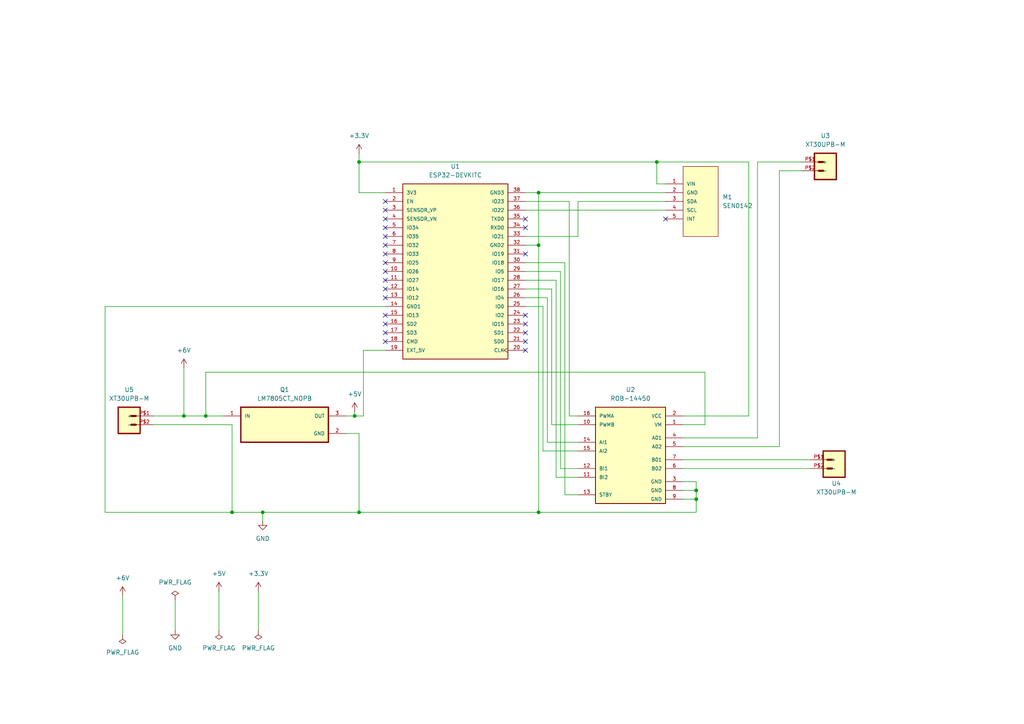
<source format=kicad_sch>
(kicad_sch
	(version 20250114)
	(generator "eeschema")
	(generator_version "9.0")
	(uuid "a0e498f3-dba2-4a8f-a731-5395641e54da")
	(paper "A4")
	(lib_symbols
		(symbol "power:+3.3V"
			(power)
			(pin_numbers
				(hide yes)
			)
			(pin_names
				(offset 0)
				(hide yes)
			)
			(exclude_from_sim no)
			(in_bom yes)
			(on_board yes)
			(property "Reference" "#PWR"
				(at 0 -3.81 0)
				(effects
					(font
						(size 1.27 1.27)
					)
					(hide yes)
				)
			)
			(property "Value" "+3.3V"
				(at 0 3.556 0)
				(effects
					(font
						(size 1.27 1.27)
					)
				)
			)
			(property "Footprint" ""
				(at 0 0 0)
				(effects
					(font
						(size 1.27 1.27)
					)
					(hide yes)
				)
			)
			(property "Datasheet" ""
				(at 0 0 0)
				(effects
					(font
						(size 1.27 1.27)
					)
					(hide yes)
				)
			)
			(property "Description" "Power symbol creates a global label with name \"+3.3V\""
				(at 0 0 0)
				(effects
					(font
						(size 1.27 1.27)
					)
					(hide yes)
				)
			)
			(property "ki_keywords" "global power"
				(at 0 0 0)
				(effects
					(font
						(size 1.27 1.27)
					)
					(hide yes)
				)
			)
			(symbol "+3.3V_0_1"
				(polyline
					(pts
						(xy -0.762 1.27) (xy 0 2.54)
					)
					(stroke
						(width 0)
						(type default)
					)
					(fill
						(type none)
					)
				)
				(polyline
					(pts
						(xy 0 2.54) (xy 0.762 1.27)
					)
					(stroke
						(width 0)
						(type default)
					)
					(fill
						(type none)
					)
				)
				(polyline
					(pts
						(xy 0 0) (xy 0 2.54)
					)
					(stroke
						(width 0)
						(type default)
					)
					(fill
						(type none)
					)
				)
			)
			(symbol "+3.3V_1_1"
				(pin power_in line
					(at 0 0 90)
					(length 0)
					(name "~"
						(effects
							(font
								(size 1.27 1.27)
							)
						)
					)
					(number "1"
						(effects
							(font
								(size 1.27 1.27)
							)
						)
					)
				)
			)
			(embedded_fonts no)
		)
		(symbol "power:+5V"
			(power)
			(pin_numbers
				(hide yes)
			)
			(pin_names
				(offset 0)
				(hide yes)
			)
			(exclude_from_sim no)
			(in_bom yes)
			(on_board yes)
			(property "Reference" "#PWR"
				(at 0 -3.81 0)
				(effects
					(font
						(size 1.27 1.27)
					)
					(hide yes)
				)
			)
			(property "Value" "+5V"
				(at 0 3.556 0)
				(effects
					(font
						(size 1.27 1.27)
					)
				)
			)
			(property "Footprint" ""
				(at 0 0 0)
				(effects
					(font
						(size 1.27 1.27)
					)
					(hide yes)
				)
			)
			(property "Datasheet" ""
				(at 0 0 0)
				(effects
					(font
						(size 1.27 1.27)
					)
					(hide yes)
				)
			)
			(property "Description" "Power symbol creates a global label with name \"+5V\""
				(at 0 0 0)
				(effects
					(font
						(size 1.27 1.27)
					)
					(hide yes)
				)
			)
			(property "ki_keywords" "global power"
				(at 0 0 0)
				(effects
					(font
						(size 1.27 1.27)
					)
					(hide yes)
				)
			)
			(symbol "+5V_0_1"
				(polyline
					(pts
						(xy -0.762 1.27) (xy 0 2.54)
					)
					(stroke
						(width 0)
						(type default)
					)
					(fill
						(type none)
					)
				)
				(polyline
					(pts
						(xy 0 2.54) (xy 0.762 1.27)
					)
					(stroke
						(width 0)
						(type default)
					)
					(fill
						(type none)
					)
				)
				(polyline
					(pts
						(xy 0 0) (xy 0 2.54)
					)
					(stroke
						(width 0)
						(type default)
					)
					(fill
						(type none)
					)
				)
			)
			(symbol "+5V_1_1"
				(pin power_in line
					(at 0 0 90)
					(length 0)
					(name "~"
						(effects
							(font
								(size 1.27 1.27)
							)
						)
					)
					(number "1"
						(effects
							(font
								(size 1.27 1.27)
							)
						)
					)
				)
			)
			(embedded_fonts no)
		)
		(symbol "power:+6V"
			(power)
			(pin_numbers
				(hide yes)
			)
			(pin_names
				(offset 0)
				(hide yes)
			)
			(exclude_from_sim no)
			(in_bom yes)
			(on_board yes)
			(property "Reference" "#PWR"
				(at 0 -3.81 0)
				(effects
					(font
						(size 1.27 1.27)
					)
					(hide yes)
				)
			)
			(property "Value" "+6V"
				(at 0 3.556 0)
				(effects
					(font
						(size 1.27 1.27)
					)
				)
			)
			(property "Footprint" ""
				(at 0 0 0)
				(effects
					(font
						(size 1.27 1.27)
					)
					(hide yes)
				)
			)
			(property "Datasheet" ""
				(at 0 0 0)
				(effects
					(font
						(size 1.27 1.27)
					)
					(hide yes)
				)
			)
			(property "Description" "Power symbol creates a global label with name \"+6V\""
				(at 0 0 0)
				(effects
					(font
						(size 1.27 1.27)
					)
					(hide yes)
				)
			)
			(property "ki_keywords" "global power"
				(at 0 0 0)
				(effects
					(font
						(size 1.27 1.27)
					)
					(hide yes)
				)
			)
			(symbol "+6V_0_1"
				(polyline
					(pts
						(xy -0.762 1.27) (xy 0 2.54)
					)
					(stroke
						(width 0)
						(type default)
					)
					(fill
						(type none)
					)
				)
				(polyline
					(pts
						(xy 0 2.54) (xy 0.762 1.27)
					)
					(stroke
						(width 0)
						(type default)
					)
					(fill
						(type none)
					)
				)
				(polyline
					(pts
						(xy 0 0) (xy 0 2.54)
					)
					(stroke
						(width 0)
						(type default)
					)
					(fill
						(type none)
					)
				)
			)
			(symbol "+6V_1_1"
				(pin power_in line
					(at 0 0 90)
					(length 0)
					(name "~"
						(effects
							(font
								(size 1.27 1.27)
							)
						)
					)
					(number "1"
						(effects
							(font
								(size 1.27 1.27)
							)
						)
					)
				)
			)
			(embedded_fonts no)
		)
		(symbol "power:GND"
			(power)
			(pin_numbers
				(hide yes)
			)
			(pin_names
				(offset 0)
				(hide yes)
			)
			(exclude_from_sim no)
			(in_bom yes)
			(on_board yes)
			(property "Reference" "#PWR"
				(at 0 -6.35 0)
				(effects
					(font
						(size 1.27 1.27)
					)
					(hide yes)
				)
			)
			(property "Value" "GND"
				(at 0 -3.81 0)
				(effects
					(font
						(size 1.27 1.27)
					)
				)
			)
			(property "Footprint" ""
				(at 0 0 0)
				(effects
					(font
						(size 1.27 1.27)
					)
					(hide yes)
				)
			)
			(property "Datasheet" ""
				(at 0 0 0)
				(effects
					(font
						(size 1.27 1.27)
					)
					(hide yes)
				)
			)
			(property "Description" "Power symbol creates a global label with name \"GND\" , ground"
				(at 0 0 0)
				(effects
					(font
						(size 1.27 1.27)
					)
					(hide yes)
				)
			)
			(property "ki_keywords" "global power"
				(at 0 0 0)
				(effects
					(font
						(size 1.27 1.27)
					)
					(hide yes)
				)
			)
			(symbol "GND_0_1"
				(polyline
					(pts
						(xy 0 0) (xy 0 -1.27) (xy 1.27 -1.27) (xy 0 -2.54) (xy -1.27 -1.27) (xy 0 -1.27)
					)
					(stroke
						(width 0)
						(type default)
					)
					(fill
						(type none)
					)
				)
			)
			(symbol "GND_1_1"
				(pin power_in line
					(at 0 0 270)
					(length 0)
					(name "~"
						(effects
							(font
								(size 1.27 1.27)
							)
						)
					)
					(number "1"
						(effects
							(font
								(size 1.27 1.27)
							)
						)
					)
				)
			)
			(embedded_fonts no)
		)
		(symbol "power:PWR_FLAG"
			(power)
			(pin_numbers
				(hide yes)
			)
			(pin_names
				(offset 0)
				(hide yes)
			)
			(exclude_from_sim no)
			(in_bom yes)
			(on_board yes)
			(property "Reference" "#FLG"
				(at 0 1.905 0)
				(effects
					(font
						(size 1.27 1.27)
					)
					(hide yes)
				)
			)
			(property "Value" "PWR_FLAG"
				(at 0 3.81 0)
				(effects
					(font
						(size 1.27 1.27)
					)
				)
			)
			(property "Footprint" ""
				(at 0 0 0)
				(effects
					(font
						(size 1.27 1.27)
					)
					(hide yes)
				)
			)
			(property "Datasheet" "~"
				(at 0 0 0)
				(effects
					(font
						(size 1.27 1.27)
					)
					(hide yes)
				)
			)
			(property "Description" "Special symbol for telling ERC where power comes from"
				(at 0 0 0)
				(effects
					(font
						(size 1.27 1.27)
					)
					(hide yes)
				)
			)
			(property "ki_keywords" "flag power"
				(at 0 0 0)
				(effects
					(font
						(size 1.27 1.27)
					)
					(hide yes)
				)
			)
			(symbol "PWR_FLAG_0_0"
				(pin power_out line
					(at 0 0 90)
					(length 0)
					(name "~"
						(effects
							(font
								(size 1.27 1.27)
							)
						)
					)
					(number "1"
						(effects
							(font
								(size 1.27 1.27)
							)
						)
					)
				)
			)
			(symbol "PWR_FLAG_0_1"
				(polyline
					(pts
						(xy 0 0) (xy 0 1.27) (xy -1.016 1.905) (xy 0 2.54) (xy 1.016 1.905) (xy 0 1.27)
					)
					(stroke
						(width 0)
						(type default)
					)
					(fill
						(type none)
					)
				)
			)
			(embedded_fonts no)
		)
		(symbol "simbolos_pendulo:ESP32-DEVKITC"
			(pin_names
				(offset 1.016)
			)
			(exclude_from_sim no)
			(in_bom yes)
			(on_board yes)
			(property "Reference" "U"
				(at -15.2572 26.0643 0)
				(effects
					(font
						(size 1.27 1.27)
					)
					(justify left bottom)
				)
			)
			(property "Value" "ESP32-DEVKITC"
				(at -15.2563 -27.9698 0)
				(effects
					(font
						(size 1.27 1.27)
					)
					(justify left bottom)
				)
			)
			(property "Footprint" "ESP32-DEVKITC:MODULE_ESP32-DEVKITC"
				(at 36.068 35.56 0)
				(effects
					(font
						(size 1.27 1.27)
					)
					(justify bottom)
					(hide yes)
				)
			)
			(property "Datasheet" ""
				(at 38.608 29.972 0)
				(effects
					(font
						(size 1.27 1.27)
					)
					(hide yes)
				)
			)
			(property "Description" ""
				(at 38.608 29.972 0)
				(effects
					(font
						(size 1.27 1.27)
					)
					(hide yes)
				)
			)
			(property "MF" "Espressif Systems"
				(at 38.608 29.972 0)
				(effects
					(font
						(size 1.27 1.27)
					)
					(justify bottom)
					(hide yes)
				)
			)
			(property "Description_1" "\n                        \n                            Transceiver; 802.11 b/g/n (Wi-Fi, WiFi, WLAN), Bluetooth® Smart Ready 4.x Dual Mode\n                        \n"
				(at 38.608 29.972 0)
				(effects
					(font
						(size 1.27 1.27)
					)
					(justify bottom)
					(hide yes)
				)
			)
			(property "Package" "None"
				(at 38.608 29.972 0)
				(effects
					(font
						(size 1.27 1.27)
					)
					(justify bottom)
					(hide yes)
				)
			)
			(property "Price" "None"
				(at 38.608 29.972 0)
				(effects
					(font
						(size 1.27 1.27)
					)
					(justify bottom)
					(hide yes)
				)
			)
			(property "Check_prices" "https://www.snapeda.com/parts/ESP32-DEVKITC-32D-F/Espressif+Systems/view-part/?ref=eda"
				(at 38.608 29.972 0)
				(effects
					(font
						(size 1.27 1.27)
					)
					(justify bottom)
					(hide yes)
				)
			)
			(property "STANDARD" "Manufacturer Recommendations"
				(at 38.608 29.972 0)
				(effects
					(font
						(size 1.27 1.27)
					)
					(justify bottom)
					(hide yes)
				)
			)
			(property "PARTREV" "N/A"
				(at 38.608 29.972 0)
				(effects
					(font
						(size 1.27 1.27)
					)
					(justify bottom)
					(hide yes)
				)
			)
			(property "SnapEDA_Link" "https://www.snapeda.com/parts/ESP32-DEVKITC-32D-F/Espressif+Systems/view-part/?ref=snap"
				(at 38.608 29.972 0)
				(effects
					(font
						(size 1.27 1.27)
					)
					(justify bottom)
					(hide yes)
				)
			)
			(property "MP" "ESP32-DEVKITC-32D-F"
				(at 38.608 29.972 0)
				(effects
					(font
						(size 1.27 1.27)
					)
					(justify bottom)
					(hide yes)
				)
			)
			(property "Availability" "In Stock"
				(at 38.608 29.972 0)
				(effects
					(font
						(size 1.27 1.27)
					)
					(justify bottom)
					(hide yes)
				)
			)
			(property "MANUFACTURER" "ESPRESSIF"
				(at 38.608 29.972 0)
				(effects
					(font
						(size 1.27 1.27)
					)
					(justify bottom)
					(hide yes)
				)
			)
			(symbol "ESP32-DEVKITC_0_0"
				(rectangle
					(start -15.24 -25.4)
					(end 15.24 25.4)
					(stroke
						(width 0.254)
						(type default)
					)
					(fill
						(type background)
					)
				)
				(pin power_in line
					(at -20.32 22.86 0)
					(length 5.08)
					(name "3V3"
						(effects
							(font
								(size 1.016 1.016)
							)
						)
					)
					(number "1"
						(effects
							(font
								(size 1.016 1.016)
							)
						)
					)
				)
				(pin input line
					(at -20.32 20.32 0)
					(length 5.08)
					(name "EN"
						(effects
							(font
								(size 1.016 1.016)
							)
						)
					)
					(number "2"
						(effects
							(font
								(size 1.016 1.016)
							)
						)
					)
				)
				(pin input line
					(at -20.32 17.78 0)
					(length 5.08)
					(name "SENSOR_VP"
						(effects
							(font
								(size 1.016 1.016)
							)
						)
					)
					(number "3"
						(effects
							(font
								(size 1.016 1.016)
							)
						)
					)
				)
				(pin input line
					(at -20.32 15.24 0)
					(length 5.08)
					(name "SENSOR_VN"
						(effects
							(font
								(size 1.016 1.016)
							)
						)
					)
					(number "4"
						(effects
							(font
								(size 1.016 1.016)
							)
						)
					)
				)
				(pin bidirectional line
					(at -20.32 12.7 0)
					(length 5.08)
					(name "IO34"
						(effects
							(font
								(size 1.016 1.016)
							)
						)
					)
					(number "5"
						(effects
							(font
								(size 1.016 1.016)
							)
						)
					)
				)
				(pin bidirectional line
					(at -20.32 10.16 0)
					(length 5.08)
					(name "IO35"
						(effects
							(font
								(size 1.016 1.016)
							)
						)
					)
					(number "6"
						(effects
							(font
								(size 1.016 1.016)
							)
						)
					)
				)
				(pin bidirectional line
					(at -20.32 7.62 0)
					(length 5.08)
					(name "IO32"
						(effects
							(font
								(size 1.016 1.016)
							)
						)
					)
					(number "7"
						(effects
							(font
								(size 1.016 1.016)
							)
						)
					)
				)
				(pin bidirectional line
					(at -20.32 5.08 0)
					(length 5.08)
					(name "IO33"
						(effects
							(font
								(size 1.016 1.016)
							)
						)
					)
					(number "8"
						(effects
							(font
								(size 1.016 1.016)
							)
						)
					)
				)
				(pin bidirectional line
					(at -20.32 2.54 0)
					(length 5.08)
					(name "IO25"
						(effects
							(font
								(size 1.016 1.016)
							)
						)
					)
					(number "9"
						(effects
							(font
								(size 1.016 1.016)
							)
						)
					)
				)
				(pin bidirectional line
					(at -20.32 0 0)
					(length 5.08)
					(name "IO26"
						(effects
							(font
								(size 1.016 1.016)
							)
						)
					)
					(number "10"
						(effects
							(font
								(size 1.016 1.016)
							)
						)
					)
				)
				(pin bidirectional line
					(at -20.32 -2.54 0)
					(length 5.08)
					(name "IO27"
						(effects
							(font
								(size 1.016 1.016)
							)
						)
					)
					(number "11"
						(effects
							(font
								(size 1.016 1.016)
							)
						)
					)
				)
				(pin bidirectional line
					(at -20.32 -5.08 0)
					(length 5.08)
					(name "IO14"
						(effects
							(font
								(size 1.016 1.016)
							)
						)
					)
					(number "12"
						(effects
							(font
								(size 1.016 1.016)
							)
						)
					)
				)
				(pin bidirectional line
					(at -20.32 -7.62 0)
					(length 5.08)
					(name "IO12"
						(effects
							(font
								(size 1.016 1.016)
							)
						)
					)
					(number "13"
						(effects
							(font
								(size 1.016 1.016)
							)
						)
					)
				)
				(pin power_in line
					(at -20.32 -10.16 0)
					(length 5.08)
					(name "GND1"
						(effects
							(font
								(size 1.016 1.016)
							)
						)
					)
					(number "14"
						(effects
							(font
								(size 1.016 1.016)
							)
						)
					)
				)
				(pin bidirectional line
					(at -20.32 -12.7 0)
					(length 5.08)
					(name "IO13"
						(effects
							(font
								(size 1.016 1.016)
							)
						)
					)
					(number "15"
						(effects
							(font
								(size 1.016 1.016)
							)
						)
					)
				)
				(pin bidirectional line
					(at -20.32 -15.24 0)
					(length 5.08)
					(name "SD2"
						(effects
							(font
								(size 1.016 1.016)
							)
						)
					)
					(number "16"
						(effects
							(font
								(size 1.016 1.016)
							)
						)
					)
				)
				(pin bidirectional line
					(at -20.32 -17.78 0)
					(length 5.08)
					(name "SD3"
						(effects
							(font
								(size 1.016 1.016)
							)
						)
					)
					(number "17"
						(effects
							(font
								(size 1.016 1.016)
							)
						)
					)
				)
				(pin bidirectional line
					(at -20.32 -20.32 0)
					(length 5.08)
					(name "CMD"
						(effects
							(font
								(size 1.016 1.016)
							)
						)
					)
					(number "18"
						(effects
							(font
								(size 1.016 1.016)
							)
						)
					)
				)
				(pin power_in line
					(at -20.32 -22.86 0)
					(length 5.08)
					(name "EXT_5V"
						(effects
							(font
								(size 1.016 1.016)
							)
						)
					)
					(number "19"
						(effects
							(font
								(size 1.016 1.016)
							)
						)
					)
				)
				(pin power_in line
					(at 20.32 22.86 180)
					(length 5.08)
					(name "GND3"
						(effects
							(font
								(size 1.016 1.016)
							)
						)
					)
					(number "38"
						(effects
							(font
								(size 1.016 1.016)
							)
						)
					)
				)
				(pin bidirectional line
					(at 20.32 20.32 180)
					(length 5.08)
					(name "IO23"
						(effects
							(font
								(size 1.016 1.016)
							)
						)
					)
					(number "37"
						(effects
							(font
								(size 1.016 1.016)
							)
						)
					)
				)
				(pin bidirectional line
					(at 20.32 17.78 180)
					(length 5.08)
					(name "IO22"
						(effects
							(font
								(size 1.016 1.016)
							)
						)
					)
					(number "36"
						(effects
							(font
								(size 1.016 1.016)
							)
						)
					)
				)
				(pin output line
					(at 20.32 15.24 180)
					(length 5.08)
					(name "TXD0"
						(effects
							(font
								(size 1.016 1.016)
							)
						)
					)
					(number "35"
						(effects
							(font
								(size 1.016 1.016)
							)
						)
					)
				)
				(pin input line
					(at 20.32 12.7 180)
					(length 5.08)
					(name "RXD0"
						(effects
							(font
								(size 1.016 1.016)
							)
						)
					)
					(number "34"
						(effects
							(font
								(size 1.016 1.016)
							)
						)
					)
				)
				(pin bidirectional line
					(at 20.32 10.16 180)
					(length 5.08)
					(name "IO21"
						(effects
							(font
								(size 1.016 1.016)
							)
						)
					)
					(number "33"
						(effects
							(font
								(size 1.016 1.016)
							)
						)
					)
				)
				(pin power_in line
					(at 20.32 7.62 180)
					(length 5.08)
					(name "GND2"
						(effects
							(font
								(size 1.016 1.016)
							)
						)
					)
					(number "32"
						(effects
							(font
								(size 1.016 1.016)
							)
						)
					)
				)
				(pin bidirectional line
					(at 20.32 5.08 180)
					(length 5.08)
					(name "IO19"
						(effects
							(font
								(size 1.016 1.016)
							)
						)
					)
					(number "31"
						(effects
							(font
								(size 1.016 1.016)
							)
						)
					)
				)
				(pin bidirectional line
					(at 20.32 2.54 180)
					(length 5.08)
					(name "IO18"
						(effects
							(font
								(size 1.016 1.016)
							)
						)
					)
					(number "30"
						(effects
							(font
								(size 1.016 1.016)
							)
						)
					)
				)
				(pin bidirectional line
					(at 20.32 0 180)
					(length 5.08)
					(name "IO5"
						(effects
							(font
								(size 1.016 1.016)
							)
						)
					)
					(number "29"
						(effects
							(font
								(size 1.016 1.016)
							)
						)
					)
				)
				(pin bidirectional line
					(at 20.32 -2.54 180)
					(length 5.08)
					(name "IO17"
						(effects
							(font
								(size 1.016 1.016)
							)
						)
					)
					(number "28"
						(effects
							(font
								(size 1.016 1.016)
							)
						)
					)
				)
				(pin bidirectional line
					(at 20.32 -5.08 180)
					(length 5.08)
					(name "IO16"
						(effects
							(font
								(size 1.016 1.016)
							)
						)
					)
					(number "27"
						(effects
							(font
								(size 1.016 1.016)
							)
						)
					)
				)
				(pin bidirectional line
					(at 20.32 -7.62 180)
					(length 5.08)
					(name "IO4"
						(effects
							(font
								(size 1.016 1.016)
							)
						)
					)
					(number "26"
						(effects
							(font
								(size 1.016 1.016)
							)
						)
					)
				)
				(pin bidirectional line
					(at 20.32 -10.16 180)
					(length 5.08)
					(name "IO0"
						(effects
							(font
								(size 1.016 1.016)
							)
						)
					)
					(number "25"
						(effects
							(font
								(size 1.016 1.016)
							)
						)
					)
				)
				(pin bidirectional line
					(at 20.32 -12.7 180)
					(length 5.08)
					(name "IO2"
						(effects
							(font
								(size 1.016 1.016)
							)
						)
					)
					(number "24"
						(effects
							(font
								(size 1.016 1.016)
							)
						)
					)
				)
				(pin bidirectional line
					(at 20.32 -15.24 180)
					(length 5.08)
					(name "IO15"
						(effects
							(font
								(size 1.016 1.016)
							)
						)
					)
					(number "23"
						(effects
							(font
								(size 1.016 1.016)
							)
						)
					)
				)
				(pin bidirectional line
					(at 20.32 -17.78 180)
					(length 5.08)
					(name "SD1"
						(effects
							(font
								(size 1.016 1.016)
							)
						)
					)
					(number "22"
						(effects
							(font
								(size 1.016 1.016)
							)
						)
					)
				)
				(pin bidirectional line
					(at 20.32 -20.32 180)
					(length 5.08)
					(name "SD0"
						(effects
							(font
								(size 1.016 1.016)
							)
						)
					)
					(number "21"
						(effects
							(font
								(size 1.016 1.016)
							)
						)
					)
				)
				(pin input clock
					(at 20.32 -22.86 180)
					(length 5.08)
					(name "CLK"
						(effects
							(font
								(size 1.016 1.016)
							)
						)
					)
					(number "20"
						(effects
							(font
								(size 1.016 1.016)
							)
						)
					)
				)
			)
			(embedded_fonts no)
		)
		(symbol "simbolos_pendulo:LM7805CT_NOPB"
			(pin_names
				(offset 1.016)
			)
			(exclude_from_sim no)
			(in_bom yes)
			(on_board yes)
			(property "Reference" "Q"
				(at -12.7 6.08 0)
				(effects
					(font
						(size 1.27 1.27)
					)
					(justify left bottom)
				)
			)
			(property "Value" "LM7805CT_NOPB"
				(at -12.7 -9.08 0)
				(effects
					(font
						(size 1.27 1.27)
					)
					(justify left bottom)
				)
			)
			(property "Footprint" "LM7805CT_NOPB:TO254P1054X470X1955-3"
				(at -0.762 11.684 0)
				(effects
					(font
						(size 1.27 1.27)
					)
					(justify bottom)
					(hide yes)
				)
			)
			(property "Datasheet" ""
				(at 0 0 0)
				(effects
					(font
						(size 1.27 1.27)
					)
					(hide yes)
				)
			)
			(property "Description" ""
				(at 0 0 0)
				(effects
					(font
						(size 1.27 1.27)
					)
					(hide yes)
				)
			)
			(property "MF" "Texas Instruments"
				(at -0.762 11.684 0)
				(effects
					(font
						(size 1.27 1.27)
					)
					(justify bottom)
					(hide yes)
				)
			)
			(property "Description_1" "\n                        \n                            1.5-A, 35-V, linear voltage regulator 3-TO-220 0 to 125\n                        \n"
				(at -0.762 11.684 0)
				(effects
					(font
						(size 1.27 1.27)
					)
					(justify bottom)
					(hide yes)
				)
			)
			(property "Package" "TO-220-3 Texas Instruments"
				(at -0.762 11.684 0)
				(effects
					(font
						(size 1.27 1.27)
					)
					(justify bottom)
					(hide yes)
				)
			)
			(property "Price" "None"
				(at 0 0 0)
				(effects
					(font
						(size 1.27 1.27)
					)
					(justify bottom)
					(hide yes)
				)
			)
			(property "SnapEDA_Link" "https://www.snapeda.com/parts/LM7805CT/Texas+Instruments/view-part/?ref=snap"
				(at -0.762 11.684 0)
				(effects
					(font
						(size 1.27 1.27)
					)
					(justify bottom)
					(hide yes)
				)
			)
			(property "MP" "LM7805CT"
				(at -0.762 11.684 0)
				(effects
					(font
						(size 1.27 1.27)
					)
					(justify bottom)
					(hide yes)
				)
			)
			(property "Availability" "In Stock"
				(at 0 0 0)
				(effects
					(font
						(size 1.27 1.27)
					)
					(justify bottom)
					(hide yes)
				)
			)
			(property "Check_prices" "https://www.snapeda.com/parts/LM7805CT/Texas+Instruments/view-part/?ref=eda"
				(at -0.762 11.684 0)
				(effects
					(font
						(size 1.27 1.27)
					)
					(justify bottom)
					(hide yes)
				)
			)
			(symbol "LM7805CT_NOPB_0_0"
				(rectangle
					(start -12.7 -5.08)
					(end 12.7 5.08)
					(stroke
						(width 0.41)
						(type default)
					)
					(fill
						(type background)
					)
				)
				(pin input line
					(at -17.78 2.54 0)
					(length 5.08)
					(name "IN"
						(effects
							(font
								(size 1.016 1.016)
							)
						)
					)
					(number "1"
						(effects
							(font
								(size 1.016 1.016)
							)
						)
					)
				)
				(pin output line
					(at 17.78 2.54 180)
					(length 5.08)
					(name "OUT"
						(effects
							(font
								(size 1.016 1.016)
							)
						)
					)
					(number "3"
						(effects
							(font
								(size 1.016 1.016)
							)
						)
					)
				)
				(pin power_in line
					(at 17.78 -2.54 180)
					(length 5.08)
					(name "GND"
						(effects
							(font
								(size 1.016 1.016)
							)
						)
					)
					(number "2"
						(effects
							(font
								(size 1.016 1.016)
							)
						)
					)
				)
			)
			(embedded_fonts no)
		)
		(symbol "simbolos_pendulo:ROB-14450"
			(pin_names
				(offset 1.016)
			)
			(exclude_from_sim no)
			(in_bom yes)
			(on_board yes)
			(property "Reference" "U"
				(at -10.16 16.002 0)
				(effects
					(font
						(size 1.27 1.27)
					)
					(justify left bottom)
				)
			)
			(property "Value" "ROB-14450"
				(at -10.16 -15.24 0)
				(effects
					(font
						(size 1.27 1.27)
					)
					(justify left bottom)
				)
			)
			(property "Footprint" "ROB-14450:MODULE_ROB-14450"
				(at 3.048 18.034 0)
				(effects
					(font
						(size 1.27 1.27)
					)
					(justify bottom)
					(hide yes)
				)
			)
			(property "Datasheet" ""
				(at 3.048 18.034 0)
				(effects
					(font
						(size 1.27 1.27)
					)
					(hide yes)
				)
			)
			(property "Description" ""
				(at 3.048 18.034 0)
				(effects
					(font
						(size 1.27 1.27)
					)
					(hide yes)
				)
			)
			(property "MF" "SparkFun Electronics"
				(at 3.048 18.034 0)
				(effects
					(font
						(size 1.27 1.27)
					)
					(justify bottom)
					(hide yes)
				)
			)
			(property "Description_1" "\n                        \n                            TB6612FNG - Motor Controller/Driver Power Management Evaluation Board\n                        \n"
				(at -0.254 16.764 0)
				(effects
					(font
						(size 1.27 1.27)
					)
					(justify bottom)
					(hide yes)
				)
			)
			(property "Package" "None"
				(at 3.048 18.034 0)
				(effects
					(font
						(size 1.27 1.27)
					)
					(justify bottom)
					(hide yes)
				)
			)
			(property "Price" "None"
				(at 3.048 18.034 0)
				(effects
					(font
						(size 1.27 1.27)
					)
					(justify bottom)
					(hide yes)
				)
			)
			(property "Check_prices" "https://www.snapeda.com/parts/ROB-14450/SparkFun/view-part/?ref=eda"
				(at -0.254 16.764 0)
				(effects
					(font
						(size 1.27 1.27)
					)
					(justify bottom)
					(hide yes)
				)
			)
			(property "STANDARD" "Manufacturer Recommendation"
				(at 3.048 18.034 0)
				(effects
					(font
						(size 1.27 1.27)
					)
					(justify bottom)
					(hide yes)
				)
			)
			(property "PARTREV" "11-13-17"
				(at 3.048 18.034 0)
				(effects
					(font
						(size 1.27 1.27)
					)
					(justify bottom)
					(hide yes)
				)
			)
			(property "SnapEDA_Link" "https://www.snapeda.com/parts/ROB-14450/SparkFun/view-part/?ref=snap"
				(at -0.254 16.764 0)
				(effects
					(font
						(size 1.27 1.27)
					)
					(justify bottom)
					(hide yes)
				)
			)
			(property "MP" "ROB-14450"
				(at 3.048 18.034 0)
				(effects
					(font
						(size 1.27 1.27)
					)
					(justify bottom)
					(hide yes)
				)
			)
			(property "Availability" "In Stock"
				(at 3.048 18.034 0)
				(effects
					(font
						(size 1.27 1.27)
					)
					(justify bottom)
					(hide yes)
				)
			)
			(property "MANUFACTURER" "Sparkfun Electronics"
				(at 3.048 18.034 0)
				(effects
					(font
						(size 1.27 1.27)
					)
					(justify bottom)
					(hide yes)
				)
			)
			(symbol "ROB-14450_0_0"
				(rectangle
					(start -10.16 -12.7)
					(end 10.16 15.24)
					(stroke
						(width 0.254)
						(type default)
					)
					(fill
						(type background)
					)
				)
				(pin input line
					(at -15.24 12.7 0)
					(length 5.08)
					(name "PWMA"
						(effects
							(font
								(size 1.016 1.016)
							)
						)
					)
					(number "16"
						(effects
							(font
								(size 1.016 1.016)
							)
						)
					)
				)
				(pin input line
					(at -15.24 10.16 0)
					(length 5.08)
					(name "PWMB"
						(effects
							(font
								(size 1.016 1.016)
							)
						)
					)
					(number "10"
						(effects
							(font
								(size 1.016 1.016)
							)
						)
					)
				)
				(pin input line
					(at -15.24 5.08 0)
					(length 5.08)
					(name "AI1"
						(effects
							(font
								(size 1.016 1.016)
							)
						)
					)
					(number "14"
						(effects
							(font
								(size 1.016 1.016)
							)
						)
					)
				)
				(pin input line
					(at -15.24 2.54 0)
					(length 5.08)
					(name "AI2"
						(effects
							(font
								(size 1.016 1.016)
							)
						)
					)
					(number "15"
						(effects
							(font
								(size 1.016 1.016)
							)
						)
					)
				)
				(pin input line
					(at -15.24 -2.54 0)
					(length 5.08)
					(name "BI1"
						(effects
							(font
								(size 1.016 1.016)
							)
						)
					)
					(number "12"
						(effects
							(font
								(size 1.016 1.016)
							)
						)
					)
				)
				(pin input line
					(at -15.24 -5.08 0)
					(length 5.08)
					(name "BI2"
						(effects
							(font
								(size 1.016 1.016)
							)
						)
					)
					(number "11"
						(effects
							(font
								(size 1.016 1.016)
							)
						)
					)
				)
				(pin input line
					(at -15.24 -10.16 0)
					(length 5.08)
					(name "STBY"
						(effects
							(font
								(size 1.016 1.016)
							)
						)
					)
					(number "13"
						(effects
							(font
								(size 1.016 1.016)
							)
						)
					)
				)
				(pin power_in line
					(at 15.24 12.7 180)
					(length 5.08)
					(name "VCC"
						(effects
							(font
								(size 1.016 1.016)
							)
						)
					)
					(number "2"
						(effects
							(font
								(size 1.016 1.016)
							)
						)
					)
				)
				(pin power_in line
					(at 15.24 10.16 180)
					(length 5.08)
					(name "VM"
						(effects
							(font
								(size 1.016 1.016)
							)
						)
					)
					(number "1"
						(effects
							(font
								(size 1.016 1.016)
							)
						)
					)
				)
				(pin output line
					(at 15.24 6.35 180)
					(length 5.08)
					(name "A01"
						(effects
							(font
								(size 1.016 1.016)
							)
						)
					)
					(number "4"
						(effects
							(font
								(size 1.016 1.016)
							)
						)
					)
				)
				(pin output line
					(at 15.24 3.81 180)
					(length 5.08)
					(name "A02"
						(effects
							(font
								(size 1.016 1.016)
							)
						)
					)
					(number "5"
						(effects
							(font
								(size 1.016 1.016)
							)
						)
					)
				)
				(pin output line
					(at 15.24 0 180)
					(length 5.08)
					(name "B01"
						(effects
							(font
								(size 1.016 1.016)
							)
						)
					)
					(number "7"
						(effects
							(font
								(size 1.016 1.016)
							)
						)
					)
				)
				(pin output line
					(at 15.24 -2.54 180)
					(length 5.08)
					(name "B02"
						(effects
							(font
								(size 1.016 1.016)
							)
						)
					)
					(number "6"
						(effects
							(font
								(size 1.016 1.016)
							)
						)
					)
				)
				(pin power_in line
					(at 15.24 -6.35 180)
					(length 5.08)
					(name "GND"
						(effects
							(font
								(size 1.016 1.016)
							)
						)
					)
					(number "3"
						(effects
							(font
								(size 1.016 1.016)
							)
						)
					)
				)
				(pin power_in line
					(at 15.24 -8.89 180)
					(length 5.08)
					(name "GND"
						(effects
							(font
								(size 1.016 1.016)
							)
						)
					)
					(number "8"
						(effects
							(font
								(size 1.016 1.016)
							)
						)
					)
				)
				(pin power_in line
					(at 15.24 -11.43 180)
					(length 5.08)
					(name "GND"
						(effects
							(font
								(size 1.016 1.016)
							)
						)
					)
					(number "9"
						(effects
							(font
								(size 1.016 1.016)
							)
						)
					)
				)
			)
			(embedded_fonts no)
		)
		(symbol "simbolos_pendulo:SEN0142"
			(pin_names
				(offset 1.016)
			)
			(exclude_from_sim no)
			(in_bom yes)
			(on_board yes)
			(property "Reference" "M"
				(at -18.288 5.842 0)
				(effects
					(font
						(size 1.27 1.27)
					)
					(justify left bottom)
				)
			)
			(property "Value" "SEN0142"
				(at -18.288 3.302 0)
				(effects
					(font
						(size 1.27 1.27)
					)
					(justify left bottom)
				)
			)
			(property "Footprint" "SEN0142:SEN0142"
				(at 0 0 0)
				(effects
					(font
						(size 1.27 1.27)
					)
					(justify bottom)
					(hide yes)
				)
			)
			(property "Datasheet" ""
				(at 0 0 0)
				(effects
					(font
						(size 1.27 1.27)
					)
					(hide yes)
				)
			)
			(property "Description" ""
				(at 0 0 0)
				(effects
					(font
						(size 1.27 1.27)
					)
					(hide yes)
				)
			)
			(property "MF" "DFRobot"
				(at 0 0 0)
				(effects
					(font
						(size 1.27 1.27)
					)
					(justify bottom)
					(hide yes)
				)
			)
			(property "Description_1" "\n                        \n                            MPU-6050 series Accelerometer, Gyroscope, 3 Axis Sensor Evaluation Board\n                        \n"
				(at -0.508 3.302 0)
				(effects
					(font
						(size 1.27 1.27)
					)
					(justify bottom)
					(hide yes)
				)
			)
			(property "Package" "None"
				(at 0 0 0)
				(effects
					(font
						(size 1.27 1.27)
					)
					(justify bottom)
					(hide yes)
				)
			)
			(property "Price" "None"
				(at 0 0 0)
				(effects
					(font
						(size 1.27 1.27)
					)
					(justify bottom)
					(hide yes)
				)
			)
			(property "SnapEDA_Link" "https://www.snapeda.com/parts/SEN0142/DFRobot/view-part/?ref=snap"
				(at -0.508 3.302 0)
				(effects
					(font
						(size 1.27 1.27)
					)
					(justify bottom)
					(hide yes)
				)
			)
			(property "MP" "SEN0142"
				(at 0 0 0)
				(effects
					(font
						(size 1.27 1.27)
					)
					(justify bottom)
					(hide yes)
				)
			)
			(property "Availability" "In Stock"
				(at 0 0 0)
				(effects
					(font
						(size 1.27 1.27)
					)
					(justify bottom)
					(hide yes)
				)
			)
			(property "Check_prices" "https://www.snapeda.com/parts/SEN0142/DFRobot/view-part/?ref=eda"
				(at -0.508 3.302 0)
				(effects
					(font
						(size 1.27 1.27)
					)
					(justify bottom)
					(hide yes)
				)
			)
			(symbol "SEN0142_0_0"
				(rectangle
					(start -10.16 -2.54)
					(end 10.16 7.62)
					(stroke
						(width 0.1524)
						(type default)
					)
					(fill
						(type background)
					)
				)
				(pin bidirectional line
					(at -5.08 -7.62 90)
					(length 5.08)
					(name "VIN"
						(effects
							(font
								(size 1.016 1.016)
							)
						)
					)
					(number "1"
						(effects
							(font
								(size 1.016 1.016)
							)
						)
					)
				)
				(pin bidirectional line
					(at -2.54 -7.62 90)
					(length 5.08)
					(name "GND"
						(effects
							(font
								(size 1.016 1.016)
							)
						)
					)
					(number "2"
						(effects
							(font
								(size 1.016 1.016)
							)
						)
					)
				)
				(pin bidirectional line
					(at 0 -7.62 90)
					(length 5.08)
					(name "SDA"
						(effects
							(font
								(size 1.016 1.016)
							)
						)
					)
					(number "3"
						(effects
							(font
								(size 1.016 1.016)
							)
						)
					)
				)
				(pin bidirectional line
					(at 2.54 -7.62 90)
					(length 5.08)
					(name "SCL"
						(effects
							(font
								(size 1.016 1.016)
							)
						)
					)
					(number "4"
						(effects
							(font
								(size 1.016 1.016)
							)
						)
					)
				)
				(pin bidirectional line
					(at 5.08 -7.62 90)
					(length 5.08)
					(name "INT"
						(effects
							(font
								(size 1.016 1.016)
							)
						)
					)
					(number "5"
						(effects
							(font
								(size 1.016 1.016)
							)
						)
					)
				)
			)
			(embedded_fonts no)
		)
		(symbol "simbolos_pendulo:XT30UPB-M"
			(pin_names
				(offset 1.016)
			)
			(exclude_from_sim no)
			(in_bom yes)
			(on_board yes)
			(property "Reference" "U"
				(at -2.54 5.588 0)
				(effects
					(font
						(size 1.27 1.27)
					)
					(justify left bottom)
				)
			)
			(property "Value" "XT30UPB-M"
				(at -2.54 -4.826 0)
				(effects
					(font
						(size 1.27 1.27)
					)
					(justify left bottom)
				)
			)
			(property "Footprint" "XT30UPB-M:XT30UPB-M"
				(at 0 0 0)
				(effects
					(font
						(size 1.27 1.27)
					)
					(justify bottom)
					(hide yes)
				)
			)
			(property "Datasheet" ""
				(at 0 0 0)
				(effects
					(font
						(size 1.27 1.27)
					)
					(hide yes)
				)
			)
			(property "Description" ""
				(at 0 0 0)
				(effects
					(font
						(size 1.27 1.27)
					)
					(hide yes)
				)
			)
			(property "MF" "amass"
				(at 0 0 0)
				(effects
					(font
						(size 1.27 1.27)
					)
					(justify bottom)
					(hide yes)
				)
			)
			(property "Description_1" "\n                        \n                            Socket; DC supply; XT30; male; PIN: 2; on PCBs; THT; yellow; 15A; 500V\n                        \n"
				(at 0 0 0)
				(effects
					(font
						(size 1.27 1.27)
					)
					(justify bottom)
					(hide yes)
				)
			)
			(property "Package" "None"
				(at 0 0 0)
				(effects
					(font
						(size 1.27 1.27)
					)
					(justify bottom)
					(hide yes)
				)
			)
			(property "Price" "None"
				(at 0 0 0)
				(effects
					(font
						(size 1.27 1.27)
					)
					(justify bottom)
					(hide yes)
				)
			)
			(property "SnapEDA_Link" "https://www.snapeda.com/parts/XT30UPB-M/AMASS/view-part/?ref=snap"
				(at 0 0 0)
				(effects
					(font
						(size 1.27 1.27)
					)
					(justify bottom)
					(hide yes)
				)
			)
			(property "MP" "XT30UPB-M"
				(at 0 0 0)
				(effects
					(font
						(size 1.27 1.27)
					)
					(justify bottom)
					(hide yes)
				)
			)
			(property "Availability" "Not in stock"
				(at 0 0 0)
				(effects
					(font
						(size 1.27 1.27)
					)
					(justify bottom)
					(hide yes)
				)
			)
			(property "Check_prices" "https://www.snapeda.com/parts/XT30UPB-M/AMASS/view-part/?ref=eda"
				(at 0 0 0)
				(effects
					(font
						(size 1.27 1.27)
					)
					(justify bottom)
					(hide yes)
				)
			)
			(symbol "XT30UPB-M_0_0"
				(rectangle
					(start -2.54 -2.54)
					(end 3.81 5.08)
					(stroke
						(width 0.4064)
						(type default)
					)
					(fill
						(type background)
					)
				)
				(polyline
					(pts
						(xy 1.27 2.54) (xy 2.54 2.54)
					)
					(stroke
						(width 0.6096)
						(type default)
					)
					(fill
						(type none)
					)
				)
				(polyline
					(pts
						(xy 1.27 0) (xy 2.54 0)
					)
					(stroke
						(width 0.6096)
						(type default)
					)
					(fill
						(type none)
					)
				)
				(pin passive line
					(at 7.62 2.54 180)
					(length 5.08)
					(name "+"
						(effects
							(font
								(size 1.016 1.016)
							)
						)
					)
					(number "P$1"
						(effects
							(font
								(size 1.016 1.016)
							)
						)
					)
				)
				(pin passive line
					(at 7.62 0 180)
					(length 5.08)
					(name "-"
						(effects
							(font
								(size 1.016 1.016)
							)
						)
					)
					(number "P$2"
						(effects
							(font
								(size 1.016 1.016)
							)
						)
					)
				)
			)
			(embedded_fonts no)
		)
	)
	(junction
		(at 190.5 46.99)
		(diameter 0)
		(color 0 0 0 0)
		(uuid "00b74c35-0e5c-419a-b057-851c634e1694")
	)
	(junction
		(at 156.21 71.12)
		(diameter 0)
		(color 0 0 0 0)
		(uuid "00e5d49f-92c6-4bd2-8c46-341ed9af96b1")
	)
	(junction
		(at 201.93 144.78)
		(diameter 0)
		(color 0 0 0 0)
		(uuid "26c35eeb-362a-496c-a46c-9939cdd111e0")
	)
	(junction
		(at 67.31 148.59)
		(diameter 0)
		(color 0 0 0 0)
		(uuid "30398354-2102-4ae5-a1fb-45c9f797fa3c")
	)
	(junction
		(at 201.93 142.24)
		(diameter 0)
		(color 0 0 0 0)
		(uuid "3374d294-45f8-48a5-88ac-9db0f562a8d8")
	)
	(junction
		(at 156.21 55.88)
		(diameter 0)
		(color 0 0 0 0)
		(uuid "4e84fa83-5f2e-4eb7-9da6-d17d4fd36a3f")
	)
	(junction
		(at 104.14 46.99)
		(diameter 0)
		(color 0 0 0 0)
		(uuid "62de298c-c2b1-45f7-97e8-25306d127225")
	)
	(junction
		(at 53.34 120.65)
		(diameter 0)
		(color 0 0 0 0)
		(uuid "8e1e0f5e-5922-44a9-92f6-998383d6fbbf")
	)
	(junction
		(at 104.14 148.59)
		(diameter 0)
		(color 0 0 0 0)
		(uuid "9a6c82d2-1deb-4a33-bbbd-a6823a5137b1")
	)
	(junction
		(at 102.87 120.65)
		(diameter 0)
		(color 0 0 0 0)
		(uuid "a4cc513f-a542-4e2b-bcf7-15b25b51ac31")
	)
	(junction
		(at 59.69 120.65)
		(diameter 0)
		(color 0 0 0 0)
		(uuid "ad8beb52-a6a9-4342-b83b-9a55edc60c59")
	)
	(junction
		(at 156.21 148.59)
		(diameter 0)
		(color 0 0 0 0)
		(uuid "c6182031-3a1d-4a9d-9ebc-9844184f40a5")
	)
	(junction
		(at 76.2 148.59)
		(diameter 0)
		(color 0 0 0 0)
		(uuid "dda32f82-4c56-417e-9095-a5cdeee0c388")
	)
	(no_connect
		(at 152.4 73.66)
		(uuid "0c361744-883b-4a52-8fb5-e7537c4fd3dc")
	)
	(no_connect
		(at 111.76 58.42)
		(uuid "210f77af-150f-4cae-8270-c74f4b3a2cb3")
	)
	(no_connect
		(at 152.4 91.44)
		(uuid "2c223067-c76c-4c76-adbb-f1a0902d73ab")
	)
	(no_connect
		(at 111.76 73.66)
		(uuid "352334f4-f7ba-4f02-a25c-8065ded81ad7")
	)
	(no_connect
		(at 111.76 66.04)
		(uuid "40578e7d-b2d1-4314-965b-76b133f7922b")
	)
	(no_connect
		(at 111.76 96.52)
		(uuid "4f4d099a-205b-4fcc-8cb0-475a3841642d")
	)
	(no_connect
		(at 111.76 78.74)
		(uuid "4ff0a9c9-db08-4993-bc86-bbe337ef9554")
	)
	(no_connect
		(at 152.4 99.06)
		(uuid "58e77101-d853-4be2-820e-36f4090338c5")
	)
	(no_connect
		(at 111.76 60.96)
		(uuid "5ff7fef0-2bc2-4529-b2d3-12ee770eb3c3")
	)
	(no_connect
		(at 111.76 91.44)
		(uuid "61c49c8f-5ebe-493d-a368-857ced18ae24")
	)
	(no_connect
		(at 152.4 63.5)
		(uuid "64f8bad4-c5d5-414f-b53b-be4a04754f11")
	)
	(no_connect
		(at 111.76 71.12)
		(uuid "6ba6b5f4-c002-472d-b998-198b54ce9e8b")
	)
	(no_connect
		(at 111.76 81.28)
		(uuid "71313136-4b43-4f7b-975b-9a1ef019306e")
	)
	(no_connect
		(at 111.76 93.98)
		(uuid "7e6a6792-d1ed-469b-8c1f-99c674a44f26")
	)
	(no_connect
		(at 193.04 63.5)
		(uuid "87b080af-6981-4d6e-aad1-49e24eba9954")
	)
	(no_connect
		(at 152.4 66.04)
		(uuid "89b9178e-e13f-4434-aaed-bfe12c3f2f08")
	)
	(no_connect
		(at 111.76 68.58)
		(uuid "9f496b59-0b75-4dc1-9713-1543e394f540")
	)
	(no_connect
		(at 111.76 76.2)
		(uuid "a877983a-c8ee-48b0-956b-052d1ec1a1d8")
	)
	(no_connect
		(at 111.76 86.36)
		(uuid "aa39d81c-f78f-48f7-bc65-01071cf21fd4")
	)
	(no_connect
		(at 152.4 101.6)
		(uuid "b27d42d4-e240-49ca-9cd9-2f230afb6720")
	)
	(no_connect
		(at 152.4 96.52)
		(uuid "bc78a491-7542-449f-8696-942b4414b0df")
	)
	(no_connect
		(at 111.76 99.06)
		(uuid "c226bf0a-2c7b-42e7-a251-0e59f578e9b7")
	)
	(no_connect
		(at 111.76 63.5)
		(uuid "e6c1cdbc-7861-44ca-b727-84a4b986908f")
	)
	(no_connect
		(at 111.76 83.82)
		(uuid "e902f6e8-4765-4f19-a892-4dca2ecaba88")
	)
	(no_connect
		(at 152.4 93.98)
		(uuid "ec21f756-f286-4407-b7f4-f515f285390f")
	)
	(wire
		(pts
			(xy 104.14 148.59) (xy 104.14 125.73)
		)
		(stroke
			(width 0)
			(type default)
		)
		(uuid "003095a5-e04e-4c8d-bf05-09b8039e16b0")
	)
	(wire
		(pts
			(xy 74.93 171.45) (xy 74.93 182.88)
		)
		(stroke
			(width 0)
			(type default)
		)
		(uuid "0133192b-081d-41b2-926a-c117f61f4317")
	)
	(wire
		(pts
			(xy 44.45 120.65) (xy 53.34 120.65)
		)
		(stroke
			(width 0)
			(type default)
		)
		(uuid "035d3704-283c-4c92-b075-f3c612efe313")
	)
	(wire
		(pts
			(xy 156.21 148.59) (xy 201.93 148.59)
		)
		(stroke
			(width 0)
			(type default)
		)
		(uuid "077f8412-82c1-479a-894a-d40cdceb1d95")
	)
	(wire
		(pts
			(xy 63.5 171.45) (xy 63.5 182.88)
		)
		(stroke
			(width 0)
			(type default)
		)
		(uuid "09ed89aa-e1e9-463c-82ce-990ae4b51909")
	)
	(wire
		(pts
			(xy 152.4 88.9) (xy 157.48 88.9)
		)
		(stroke
			(width 0)
			(type default)
		)
		(uuid "0db03c32-ae3d-45e5-95d1-fa94fbd20087")
	)
	(wire
		(pts
			(xy 59.69 107.95) (xy 204.47 107.95)
		)
		(stroke
			(width 0)
			(type default)
		)
		(uuid "0dec9cfa-8de2-4b49-bf31-648ddc84b073")
	)
	(wire
		(pts
			(xy 162.56 78.74) (xy 162.56 135.89)
		)
		(stroke
			(width 0)
			(type default)
		)
		(uuid "0df7d7f1-daaf-42b5-80d8-ab69ef111881")
	)
	(wire
		(pts
			(xy 219.71 46.99) (xy 232.41 46.99)
		)
		(stroke
			(width 0)
			(type default)
		)
		(uuid "0ec55a19-c0fc-4d33-910c-d4f032751f61")
	)
	(wire
		(pts
			(xy 217.17 120.65) (xy 198.12 120.65)
		)
		(stroke
			(width 0)
			(type default)
		)
		(uuid "135cf296-d823-4991-9659-eeb59128bcb5")
	)
	(wire
		(pts
			(xy 76.2 148.59) (xy 104.14 148.59)
		)
		(stroke
			(width 0)
			(type default)
		)
		(uuid "149a7e85-45cd-4c67-be00-64748c995e29")
	)
	(wire
		(pts
			(xy 204.47 123.19) (xy 198.12 123.19)
		)
		(stroke
			(width 0)
			(type default)
		)
		(uuid "17d8c8c5-a482-47d6-b912-fcafad85b439")
	)
	(wire
		(pts
			(xy 201.93 144.78) (xy 201.93 148.59)
		)
		(stroke
			(width 0)
			(type default)
		)
		(uuid "1f14cef4-a3eb-4fd7-b59d-657ad29fd6d7")
	)
	(wire
		(pts
			(xy 156.21 55.88) (xy 193.04 55.88)
		)
		(stroke
			(width 0)
			(type default)
		)
		(uuid "21f77a27-2947-4c04-af1b-71efe88252b6")
	)
	(wire
		(pts
			(xy 219.71 127) (xy 219.71 46.99)
		)
		(stroke
			(width 0)
			(type default)
		)
		(uuid "223f2458-1712-4c53-87df-8985213abcb1")
	)
	(wire
		(pts
			(xy 165.1 58.42) (xy 165.1 120.65)
		)
		(stroke
			(width 0)
			(type default)
		)
		(uuid "23c49503-2155-47f7-9ae6-bd3789fb4f70")
	)
	(wire
		(pts
			(xy 198.12 142.24) (xy 201.93 142.24)
		)
		(stroke
			(width 0)
			(type default)
		)
		(uuid "23ddb94b-6966-4cec-b62c-d6d673e5d913")
	)
	(wire
		(pts
			(xy 167.64 58.42) (xy 193.04 58.42)
		)
		(stroke
			(width 0)
			(type default)
		)
		(uuid "27680482-41b0-4e1f-8b79-c8465416d889")
	)
	(wire
		(pts
			(xy 160.02 123.19) (xy 167.64 123.19)
		)
		(stroke
			(width 0)
			(type default)
		)
		(uuid "292857ca-87c1-4d2a-948b-2c86f6f2bd38")
	)
	(wire
		(pts
			(xy 53.34 106.68) (xy 53.34 120.65)
		)
		(stroke
			(width 0)
			(type default)
		)
		(uuid "3050a154-8ea3-40fb-b3ae-1b92fa245390")
	)
	(wire
		(pts
			(xy 104.14 46.99) (xy 104.14 55.88)
		)
		(stroke
			(width 0)
			(type default)
		)
		(uuid "35d93a58-28bd-4271-88d7-fd9ae567277d")
	)
	(wire
		(pts
			(xy 104.14 125.73) (xy 100.33 125.73)
		)
		(stroke
			(width 0)
			(type default)
		)
		(uuid "3912bfc5-b06a-4f15-b336-8a8127aea423")
	)
	(wire
		(pts
			(xy 163.83 76.2) (xy 163.83 143.51)
		)
		(stroke
			(width 0)
			(type default)
		)
		(uuid "3b409e54-44ee-4ecf-bb2a-c7e8761429d6")
	)
	(wire
		(pts
			(xy 100.33 120.65) (xy 102.87 120.65)
		)
		(stroke
			(width 0)
			(type default)
		)
		(uuid "3fc99240-dfa4-4c7a-967f-a918aa9e554c")
	)
	(wire
		(pts
			(xy 102.87 120.65) (xy 105.41 120.65)
		)
		(stroke
			(width 0)
			(type default)
		)
		(uuid "44069c86-89b5-405c-ac40-339cb3a6cfdd")
	)
	(wire
		(pts
			(xy 198.12 144.78) (xy 201.93 144.78)
		)
		(stroke
			(width 0)
			(type default)
		)
		(uuid "466bb19b-14d6-466b-90df-97508996e4ed")
	)
	(wire
		(pts
			(xy 157.48 88.9) (xy 157.48 130.81)
		)
		(stroke
			(width 0)
			(type default)
		)
		(uuid "4ce091f1-90ce-4fb7-80ea-deee9d1ede58")
	)
	(wire
		(pts
			(xy 44.45 123.19) (xy 67.31 123.19)
		)
		(stroke
			(width 0)
			(type default)
		)
		(uuid "4d589e14-628d-400c-bfe7-c70bac2e9ef4")
	)
	(wire
		(pts
			(xy 165.1 120.65) (xy 167.64 120.65)
		)
		(stroke
			(width 0)
			(type default)
		)
		(uuid "5ab76a17-edc9-442e-b8af-c78650c6aea2")
	)
	(wire
		(pts
			(xy 152.4 78.74) (xy 162.56 78.74)
		)
		(stroke
			(width 0)
			(type default)
		)
		(uuid "5ad38a46-9fdd-4eee-aed3-2e95a824a808")
	)
	(wire
		(pts
			(xy 156.21 71.12) (xy 156.21 55.88)
		)
		(stroke
			(width 0)
			(type default)
		)
		(uuid "5bfe637c-376a-43c8-ac55-bc92943b22bc")
	)
	(wire
		(pts
			(xy 152.4 68.58) (xy 167.64 68.58)
		)
		(stroke
			(width 0)
			(type default)
		)
		(uuid "5c73b789-d8ab-48f0-bb27-110587c4f366")
	)
	(wire
		(pts
			(xy 30.48 88.9) (xy 30.48 148.59)
		)
		(stroke
			(width 0)
			(type default)
		)
		(uuid "6332ce90-3472-4a12-8c65-70a99a852ca4")
	)
	(wire
		(pts
			(xy 152.4 58.42) (xy 165.1 58.42)
		)
		(stroke
			(width 0)
			(type default)
		)
		(uuid "63be4af3-af85-4f54-9f0b-2a5ac8ee439b")
	)
	(wire
		(pts
			(xy 59.69 120.65) (xy 64.77 120.65)
		)
		(stroke
			(width 0)
			(type default)
		)
		(uuid "63f134a7-6cfb-49f2-81bb-8c6475ff19f8")
	)
	(wire
		(pts
			(xy 158.75 86.36) (xy 158.75 128.27)
		)
		(stroke
			(width 0)
			(type default)
		)
		(uuid "685ab622-513c-4182-b44f-80cd2bc66f21")
	)
	(wire
		(pts
			(xy 152.4 55.88) (xy 156.21 55.88)
		)
		(stroke
			(width 0)
			(type default)
		)
		(uuid "6a44e2cf-571b-42ea-833e-8f55f7961892")
	)
	(wire
		(pts
			(xy 67.31 148.59) (xy 76.2 148.59)
		)
		(stroke
			(width 0)
			(type default)
		)
		(uuid "6ac944b3-2c75-4b92-b680-36d71ab960c1")
	)
	(wire
		(pts
			(xy 226.06 49.53) (xy 232.41 49.53)
		)
		(stroke
			(width 0)
			(type default)
		)
		(uuid "6cbf50f2-391c-4c0c-a319-deb686274415")
	)
	(wire
		(pts
			(xy 193.04 53.34) (xy 190.5 53.34)
		)
		(stroke
			(width 0)
			(type default)
		)
		(uuid "6d7008bb-4ce0-4be0-b97f-8211575f836e")
	)
	(wire
		(pts
			(xy 102.87 119.38) (xy 102.87 120.65)
		)
		(stroke
			(width 0)
			(type default)
		)
		(uuid "722df7b3-c5e9-420a-9ea1-56e70c12e1b8")
	)
	(wire
		(pts
			(xy 161.29 81.28) (xy 161.29 138.43)
		)
		(stroke
			(width 0)
			(type default)
		)
		(uuid "7261e6ab-b1aa-4ee8-9143-c877903e570e")
	)
	(wire
		(pts
			(xy 198.12 135.89) (xy 234.95 135.89)
		)
		(stroke
			(width 0)
			(type default)
		)
		(uuid "73184895-8807-41c0-aa78-46afd10bd04e")
	)
	(wire
		(pts
			(xy 105.41 101.6) (xy 111.76 101.6)
		)
		(stroke
			(width 0)
			(type default)
		)
		(uuid "760d3b18-8ddc-4ac6-ae83-2373526c2930")
	)
	(wire
		(pts
			(xy 190.5 46.99) (xy 217.17 46.99)
		)
		(stroke
			(width 0)
			(type default)
		)
		(uuid "7eb84267-fb13-48b5-92b5-e3cbde7efb70")
	)
	(wire
		(pts
			(xy 30.48 148.59) (xy 67.31 148.59)
		)
		(stroke
			(width 0)
			(type default)
		)
		(uuid "7f27770e-ed7d-495f-84d6-7524ded66e00")
	)
	(wire
		(pts
			(xy 158.75 128.27) (xy 167.64 128.27)
		)
		(stroke
			(width 0)
			(type default)
		)
		(uuid "83992ad1-e431-49f5-b29d-b9e3725a1188")
	)
	(wire
		(pts
			(xy 152.4 83.82) (xy 160.02 83.82)
		)
		(stroke
			(width 0)
			(type default)
		)
		(uuid "8543cd45-c320-4bba-a22f-2742cdfcfb94")
	)
	(wire
		(pts
			(xy 156.21 71.12) (xy 156.21 148.59)
		)
		(stroke
			(width 0)
			(type default)
		)
		(uuid "85b5be09-c2e3-4b60-971d-9dd88a9a7cf1")
	)
	(wire
		(pts
			(xy 201.93 142.24) (xy 201.93 144.78)
		)
		(stroke
			(width 0)
			(type default)
		)
		(uuid "89a4c1ce-903f-4753-96d0-6be44d1829de")
	)
	(wire
		(pts
			(xy 152.4 60.96) (xy 193.04 60.96)
		)
		(stroke
			(width 0)
			(type default)
		)
		(uuid "89ec68dc-21f4-4518-8d48-37e3d36f58cf")
	)
	(wire
		(pts
			(xy 111.76 88.9) (xy 30.48 88.9)
		)
		(stroke
			(width 0)
			(type default)
		)
		(uuid "8f25f091-a41e-4fcb-b5cf-20b383bac917")
	)
	(wire
		(pts
			(xy 35.56 172.72) (xy 35.56 184.15)
		)
		(stroke
			(width 0)
			(type default)
		)
		(uuid "902ce084-3637-4750-96b5-513aa879c290")
	)
	(wire
		(pts
			(xy 104.14 46.99) (xy 190.5 46.99)
		)
		(stroke
			(width 0)
			(type default)
		)
		(uuid "916d4190-5e1d-4de9-8098-41a9dcc87858")
	)
	(wire
		(pts
			(xy 204.47 107.95) (xy 204.47 123.19)
		)
		(stroke
			(width 0)
			(type default)
		)
		(uuid "924ffe59-62ac-43d6-b008-46f9227cb8f4")
	)
	(wire
		(pts
			(xy 201.93 139.7) (xy 201.93 142.24)
		)
		(stroke
			(width 0)
			(type default)
		)
		(uuid "937e5c82-bf78-4d80-bd32-654d798cec53")
	)
	(wire
		(pts
			(xy 162.56 135.89) (xy 167.64 135.89)
		)
		(stroke
			(width 0)
			(type default)
		)
		(uuid "9a103fcd-add1-4820-b578-2b64ca5c5c5e")
	)
	(wire
		(pts
			(xy 104.14 44.45) (xy 104.14 46.99)
		)
		(stroke
			(width 0)
			(type default)
		)
		(uuid "9e27448d-d308-4cf3-9944-ef98ea67e428")
	)
	(wire
		(pts
			(xy 198.12 133.35) (xy 234.95 133.35)
		)
		(stroke
			(width 0)
			(type default)
		)
		(uuid "a2391e30-17b7-4fc2-80ce-d5cb1ad485ce")
	)
	(wire
		(pts
			(xy 53.34 120.65) (xy 59.69 120.65)
		)
		(stroke
			(width 0)
			(type default)
		)
		(uuid "a3aaec16-c5f3-4f1b-91ed-1c25cebfb0c4")
	)
	(wire
		(pts
			(xy 152.4 81.28) (xy 161.29 81.28)
		)
		(stroke
			(width 0)
			(type default)
		)
		(uuid "a476cfe6-f260-4b56-bd88-37bc8e306cab")
	)
	(wire
		(pts
			(xy 50.8 173.99) (xy 50.8 182.88)
		)
		(stroke
			(width 0)
			(type default)
		)
		(uuid "b2039bd5-da84-47a9-9eed-a2bfa772ce97")
	)
	(wire
		(pts
			(xy 59.69 120.65) (xy 59.69 107.95)
		)
		(stroke
			(width 0)
			(type default)
		)
		(uuid "b2076ae0-f335-4e0e-b8cd-785d5af40877")
	)
	(wire
		(pts
			(xy 111.76 55.88) (xy 104.14 55.88)
		)
		(stroke
			(width 0)
			(type default)
		)
		(uuid "b64973b0-bfe1-458e-991c-1a32ea2cb260")
	)
	(wire
		(pts
			(xy 198.12 129.54) (xy 226.06 129.54)
		)
		(stroke
			(width 0)
			(type default)
		)
		(uuid "ba0afc3f-a02c-4f22-a186-03600afc852b")
	)
	(wire
		(pts
			(xy 198.12 127) (xy 219.71 127)
		)
		(stroke
			(width 0)
			(type default)
		)
		(uuid "bc18dbe5-9554-4cf2-9d5c-8137747abb8c")
	)
	(wire
		(pts
			(xy 152.4 86.36) (xy 158.75 86.36)
		)
		(stroke
			(width 0)
			(type default)
		)
		(uuid "bc252657-0864-4b1a-840c-3299187c2136")
	)
	(wire
		(pts
			(xy 67.31 123.19) (xy 67.31 148.59)
		)
		(stroke
			(width 0)
			(type default)
		)
		(uuid "bea5b01b-31c6-4b0c-ab57-343fb2b34c97")
	)
	(wire
		(pts
			(xy 152.4 76.2) (xy 163.83 76.2)
		)
		(stroke
			(width 0)
			(type default)
		)
		(uuid "c3d9ae28-e84b-4483-967b-72eab7d52621")
	)
	(wire
		(pts
			(xy 161.29 138.43) (xy 167.64 138.43)
		)
		(stroke
			(width 0)
			(type default)
		)
		(uuid "c4ac69ae-9458-42dc-a2f1-3c1e82aa5217")
	)
	(wire
		(pts
			(xy 190.5 53.34) (xy 190.5 46.99)
		)
		(stroke
			(width 0)
			(type default)
		)
		(uuid "c5017acd-e71d-4e31-840b-62ebd0029da0")
	)
	(wire
		(pts
			(xy 160.02 83.82) (xy 160.02 123.19)
		)
		(stroke
			(width 0)
			(type default)
		)
		(uuid "c5b1fdbd-0923-4030-93a1-a8bda040f95b")
	)
	(wire
		(pts
			(xy 198.12 139.7) (xy 201.93 139.7)
		)
		(stroke
			(width 0)
			(type default)
		)
		(uuid "d127249b-000b-4e54-a041-d64167dd5a98")
	)
	(wire
		(pts
			(xy 167.64 68.58) (xy 167.64 58.42)
		)
		(stroke
			(width 0)
			(type default)
		)
		(uuid "d4287db9-0494-48d8-8471-c67d104d9553")
	)
	(wire
		(pts
			(xy 76.2 148.59) (xy 76.2 151.13)
		)
		(stroke
			(width 0)
			(type default)
		)
		(uuid "d4529b3b-22dd-4dcb-b723-f1357cdda11d")
	)
	(wire
		(pts
			(xy 217.17 46.99) (xy 217.17 120.65)
		)
		(stroke
			(width 0)
			(type default)
		)
		(uuid "d9d5badc-b210-41aa-b05a-a1d2f76495bf")
	)
	(wire
		(pts
			(xy 152.4 71.12) (xy 156.21 71.12)
		)
		(stroke
			(width 0)
			(type default)
		)
		(uuid "de9d0194-ed39-4de6-b7c4-49fcd2c7e215")
	)
	(wire
		(pts
			(xy 226.06 129.54) (xy 226.06 49.53)
		)
		(stroke
			(width 0)
			(type default)
		)
		(uuid "e05b8a2d-6a2c-43e4-b062-d16ed2076b0d")
	)
	(wire
		(pts
			(xy 163.83 143.51) (xy 167.64 143.51)
		)
		(stroke
			(width 0)
			(type default)
		)
		(uuid "e49b5ac1-e558-4d75-a1af-5c034a52f2d4")
	)
	(wire
		(pts
			(xy 104.14 148.59) (xy 156.21 148.59)
		)
		(stroke
			(width 0)
			(type default)
		)
		(uuid "e9902a66-9600-46f2-a237-28319b4ca8b7")
	)
	(wire
		(pts
			(xy 105.41 120.65) (xy 105.41 101.6)
		)
		(stroke
			(width 0)
			(type default)
		)
		(uuid "f16d525a-bd7d-41d2-a60a-875c17f29446")
	)
	(wire
		(pts
			(xy 157.48 130.81) (xy 167.64 130.81)
		)
		(stroke
			(width 0)
			(type default)
		)
		(uuid "f1799fa4-1b4a-4763-b0cc-fc2cf218a4dc")
	)
	(symbol
		(lib_id "simbolos_pendulo:LM7805CT_NOPB")
		(at 82.55 123.19 0)
		(unit 1)
		(exclude_from_sim no)
		(in_bom yes)
		(on_board yes)
		(dnp no)
		(fields_autoplaced yes)
		(uuid "0d5e7706-2c08-4332-9781-eadf8d31fdea")
		(property "Reference" "Q1"
			(at 82.55 113.03 0)
			(effects
				(font
					(size 1.27 1.27)
				)
			)
		)
		(property "Value" "LM7805CT_NOPB"
			(at 82.55 115.57 0)
			(effects
				(font
					(size 1.27 1.27)
				)
			)
		)
		(property "Footprint" "huellas_pendulo:TO254P1054X470X1955-3"
			(at 81.788 111.506 0)
			(effects
				(font
					(size 1.27 1.27)
				)
				(justify bottom)
				(hide yes)
			)
		)
		(property "Datasheet" ""
			(at 82.55 123.19 0)
			(effects
				(font
					(size 1.27 1.27)
				)
				(hide yes)
			)
		)
		(property "Description" ""
			(at 82.55 123.19 0)
			(effects
				(font
					(size 1.27 1.27)
				)
				(hide yes)
			)
		)
		(property "MF" "Texas Instruments"
			(at 81.788 111.506 0)
			(effects
				(font
					(size 1.27 1.27)
				)
				(justify bottom)
				(hide yes)
			)
		)
		(property "Description_1" "\n                        \n                            1.5-A, 35-V, linear voltage regulator 3-TO-220 0 to 125\n                        \n"
			(at 81.788 111.506 0)
			(effects
				(font
					(size 1.27 1.27)
				)
				(justify bottom)
				(hide yes)
			)
		)
		(property "Package" "TO-220-3 Texas Instruments"
			(at 81.788 111.506 0)
			(effects
				(font
					(size 1.27 1.27)
				)
				(justify bottom)
				(hide yes)
			)
		)
		(property "Price" "None"
			(at 82.55 123.19 0)
			(effects
				(font
					(size 1.27 1.27)
				)
				(justify bottom)
				(hide yes)
			)
		)
		(property "SnapEDA_Link" "https://www.snapeda.com/parts/LM7805CT/Texas+Instruments/view-part/?ref=snap"
			(at 81.788 111.506 0)
			(effects
				(font
					(size 1.27 1.27)
				)
				(justify bottom)
				(hide yes)
			)
		)
		(property "MP" "LM7805CT"
			(at 81.788 111.506 0)
			(effects
				(font
					(size 1.27 1.27)
				)
				(justify bottom)
				(hide yes)
			)
		)
		(property "Availability" "In Stock"
			(at 82.55 123.19 0)
			(effects
				(font
					(size 1.27 1.27)
				)
				(justify bottom)
				(hide yes)
			)
		)
		(property "Check_prices" "https://www.snapeda.com/parts/LM7805CT/Texas+Instruments/view-part/?ref=eda"
			(at 81.788 111.506 0)
			(effects
				(font
					(size 1.27 1.27)
				)
				(justify bottom)
				(hide yes)
			)
		)
		(pin "3"
			(uuid "89947c4b-8b17-43e0-acff-3a7aa4d4302e")
		)
		(pin "2"
			(uuid "d661d112-1092-4eef-a6da-f87a36e943d4")
		)
		(pin "1"
			(uuid "bea2866b-7c75-486e-b998-80cbddae0db1")
		)
		(instances
			(project ""
				(path "/a0e498f3-dba2-4a8f-a731-5395641e54da"
					(reference "Q1")
					(unit 1)
				)
			)
		)
	)
	(symbol
		(lib_id "power:+6V")
		(at 53.34 106.68 0)
		(unit 1)
		(exclude_from_sim no)
		(in_bom yes)
		(on_board yes)
		(dnp no)
		(fields_autoplaced yes)
		(uuid "28468578-e2b5-431f-b1d7-be2e860082da")
		(property "Reference" "#PWR02"
			(at 53.34 110.49 0)
			(effects
				(font
					(size 1.27 1.27)
				)
				(hide yes)
			)
		)
		(property "Value" "+6V"
			(at 53.34 101.6 0)
			(effects
				(font
					(size 1.27 1.27)
				)
			)
		)
		(property "Footprint" ""
			(at 53.34 106.68 0)
			(effects
				(font
					(size 1.27 1.27)
				)
				(hide yes)
			)
		)
		(property "Datasheet" ""
			(at 53.34 106.68 0)
			(effects
				(font
					(size 1.27 1.27)
				)
				(hide yes)
			)
		)
		(property "Description" "Power symbol creates a global label with name \"+6V\""
			(at 53.34 106.68 0)
			(effects
				(font
					(size 1.27 1.27)
				)
				(hide yes)
			)
		)
		(pin "1"
			(uuid "6f7ad84f-4849-4e46-8566-47139beaf867")
		)
		(instances
			(project ""
				(path "/a0e498f3-dba2-4a8f-a731-5395641e54da"
					(reference "#PWR02")
					(unit 1)
				)
			)
		)
	)
	(symbol
		(lib_id "power:GND")
		(at 76.2 151.13 0)
		(unit 1)
		(exclude_from_sim no)
		(in_bom yes)
		(on_board yes)
		(dnp no)
		(fields_autoplaced yes)
		(uuid "29404405-77a0-410c-898e-b0f6f67515d2")
		(property "Reference" "#PWR01"
			(at 76.2 157.48 0)
			(effects
				(font
					(size 1.27 1.27)
				)
				(hide yes)
			)
		)
		(property "Value" "GND"
			(at 76.2 156.21 0)
			(effects
				(font
					(size 1.27 1.27)
				)
			)
		)
		(property "Footprint" ""
			(at 76.2 151.13 0)
			(effects
				(font
					(size 1.27 1.27)
				)
				(hide yes)
			)
		)
		(property "Datasheet" ""
			(at 76.2 151.13 0)
			(effects
				(font
					(size 1.27 1.27)
				)
				(hide yes)
			)
		)
		(property "Description" "Power symbol creates a global label with name \"GND\" , ground"
			(at 76.2 151.13 0)
			(effects
				(font
					(size 1.27 1.27)
				)
				(hide yes)
			)
		)
		(pin "1"
			(uuid "5c8090ba-9112-4133-a8ce-853aae4bb139")
		)
		(instances
			(project ""
				(path "/a0e498f3-dba2-4a8f-a731-5395641e54da"
					(reference "#PWR01")
					(unit 1)
				)
			)
		)
	)
	(symbol
		(lib_id "power:+3.3V")
		(at 104.14 44.45 0)
		(unit 1)
		(exclude_from_sim no)
		(in_bom yes)
		(on_board yes)
		(dnp no)
		(fields_autoplaced yes)
		(uuid "4a1980da-d9e2-46ce-a20e-4bea43982a73")
		(property "Reference" "#PWR08"
			(at 104.14 48.26 0)
			(effects
				(font
					(size 1.27 1.27)
				)
				(hide yes)
			)
		)
		(property "Value" "+3.3V"
			(at 104.14 39.37 0)
			(effects
				(font
					(size 1.27 1.27)
				)
			)
		)
		(property "Footprint" ""
			(at 104.14 44.45 0)
			(effects
				(font
					(size 1.27 1.27)
				)
				(hide yes)
			)
		)
		(property "Datasheet" ""
			(at 104.14 44.45 0)
			(effects
				(font
					(size 1.27 1.27)
				)
				(hide yes)
			)
		)
		(property "Description" "Power symbol creates a global label with name \"+3.3V\""
			(at 104.14 44.45 0)
			(effects
				(font
					(size 1.27 1.27)
				)
				(hide yes)
			)
		)
		(pin "1"
			(uuid "1cab2ec1-b347-4f79-a66a-535b883cad8c")
		)
		(instances
			(project "Pendulo_Invertido_Miguel"
				(path "/a0e498f3-dba2-4a8f-a731-5395641e54da"
					(reference "#PWR08")
					(unit 1)
				)
			)
		)
	)
	(symbol
		(lib_id "simbolos_pendulo:XT30UPB-M")
		(at 240.03 49.53 0)
		(mirror y)
		(unit 1)
		(exclude_from_sim no)
		(in_bom yes)
		(on_board yes)
		(dnp no)
		(uuid "51e1a834-ed69-41e2-9777-b1574eb2bac8")
		(property "Reference" "U3"
			(at 239.395 39.37 0)
			(effects
				(font
					(size 1.27 1.27)
				)
			)
		)
		(property "Value" "XT30UPB-M"
			(at 239.395 41.91 0)
			(effects
				(font
					(size 1.27 1.27)
				)
			)
		)
		(property "Footprint" "huellas_pendulo:XT30UPB-M"
			(at 240.03 49.53 0)
			(effects
				(font
					(size 1.27 1.27)
				)
				(justify bottom)
				(hide yes)
			)
		)
		(property "Datasheet" ""
			(at 240.03 49.53 0)
			(effects
				(font
					(size 1.27 1.27)
				)
				(hide yes)
			)
		)
		(property "Description" ""
			(at 240.03 49.53 0)
			(effects
				(font
					(size 1.27 1.27)
				)
				(hide yes)
			)
		)
		(property "MF" "amass"
			(at 240.03 49.53 0)
			(effects
				(font
					(size 1.27 1.27)
				)
				(justify bottom)
				(hide yes)
			)
		)
		(property "Description_1" "\n                        \n                            Socket; DC supply; XT30; male; PIN: 2; on PCBs; THT; yellow; 15A; 500V\n                        \n"
			(at 240.03 49.53 0)
			(effects
				(font
					(size 1.27 1.27)
				)
				(justify bottom)
				(hide yes)
			)
		)
		(property "Package" "None"
			(at 240.03 49.53 0)
			(effects
				(font
					(size 1.27 1.27)
				)
				(justify bottom)
				(hide yes)
			)
		)
		(property "Price" "None"
			(at 240.03 49.53 0)
			(effects
				(font
					(size 1.27 1.27)
				)
				(justify bottom)
				(hide yes)
			)
		)
		(property "SnapEDA_Link" "https://www.snapeda.com/parts/XT30UPB-M/AMASS/view-part/?ref=snap"
			(at 240.03 49.53 0)
			(effects
				(font
					(size 1.27 1.27)
				)
				(justify bottom)
				(hide yes)
			)
		)
		(property "MP" "XT30UPB-M"
			(at 240.03 49.53 0)
			(effects
				(font
					(size 1.27 1.27)
				)
				(justify bottom)
				(hide yes)
			)
		)
		(property "Availability" "Not in stock"
			(at 240.03 49.53 0)
			(effects
				(font
					(size 1.27 1.27)
				)
				(justify bottom)
				(hide yes)
			)
		)
		(property "Check_prices" "https://www.snapeda.com/parts/XT30UPB-M/AMASS/view-part/?ref=eda"
			(at 240.03 49.53 0)
			(effects
				(font
					(size 1.27 1.27)
				)
				(justify bottom)
				(hide yes)
			)
		)
		(pin "P$2"
			(uuid "5400aca8-85c9-4f7c-ab88-9faa3c585bf4")
		)
		(pin "P$1"
			(uuid "bcf5b1fc-c4e7-45c0-8dbd-e7efaf387cfc")
		)
		(instances
			(project ""
				(path "/a0e498f3-dba2-4a8f-a731-5395641e54da"
					(reference "U3")
					(unit 1)
				)
			)
		)
	)
	(symbol
		(lib_id "power:GND")
		(at 50.8 182.88 0)
		(unit 1)
		(exclude_from_sim no)
		(in_bom yes)
		(on_board yes)
		(dnp no)
		(fields_autoplaced yes)
		(uuid "5a91a652-e60d-4a6f-89a5-1d39abe473b5")
		(property "Reference" "#PWR04"
			(at 50.8 189.23 0)
			(effects
				(font
					(size 1.27 1.27)
				)
				(hide yes)
			)
		)
		(property "Value" "GND"
			(at 50.8 187.96 0)
			(effects
				(font
					(size 1.27 1.27)
				)
			)
		)
		(property "Footprint" ""
			(at 50.8 182.88 0)
			(effects
				(font
					(size 1.27 1.27)
				)
				(hide yes)
			)
		)
		(property "Datasheet" ""
			(at 50.8 182.88 0)
			(effects
				(font
					(size 1.27 1.27)
				)
				(hide yes)
			)
		)
		(property "Description" "Power symbol creates a global label with name \"GND\" , ground"
			(at 50.8 182.88 0)
			(effects
				(font
					(size 1.27 1.27)
				)
				(hide yes)
			)
		)
		(pin "1"
			(uuid "ada87ea0-ff12-4952-91e8-96260f2f2e1d")
		)
		(instances
			(project "Pendulo_Invertido_Miguel"
				(path "/a0e498f3-dba2-4a8f-a731-5395641e54da"
					(reference "#PWR04")
					(unit 1)
				)
			)
		)
	)
	(symbol
		(lib_id "simbolos_pendulo:SEN0142")
		(at 200.66 58.42 270)
		(unit 1)
		(exclude_from_sim no)
		(in_bom yes)
		(on_board yes)
		(dnp no)
		(fields_autoplaced yes)
		(uuid "5ec9bbf9-a045-45b9-8af7-60294e6372d9")
		(property "Reference" "M1"
			(at 209.55 57.1499 90)
			(effects
				(font
					(size 1.27 1.27)
				)
				(justify left)
			)
		)
		(property "Value" "SEN0142"
			(at 209.55 59.6899 90)
			(effects
				(font
					(size 1.27 1.27)
				)
				(justify left)
			)
		)
		(property "Footprint" "huellas_pendulo:SEN0142"
			(at 200.66 58.42 0)
			(effects
				(font
					(size 1.27 1.27)
				)
				(justify bottom)
				(hide yes)
			)
		)
		(property "Datasheet" ""
			(at 200.66 58.42 0)
			(effects
				(font
					(size 1.27 1.27)
				)
				(hide yes)
			)
		)
		(property "Description" ""
			(at 200.66 58.42 0)
			(effects
				(font
					(size 1.27 1.27)
				)
				(hide yes)
			)
		)
		(property "MF" "DFRobot"
			(at 200.66 58.42 0)
			(effects
				(font
					(size 1.27 1.27)
				)
				(justify bottom)
				(hide yes)
			)
		)
		(property "Description_1" "\n                        \n                            MPU-6050 series Accelerometer, Gyroscope, 3 Axis Sensor Evaluation Board\n                        \n"
			(at 203.962 57.912 0)
			(effects
				(font
					(size 1.27 1.27)
				)
				(justify bottom)
				(hide yes)
			)
		)
		(property "Package" "None"
			(at 200.66 58.42 0)
			(effects
				(font
					(size 1.27 1.27)
				)
				(justify bottom)
				(hide yes)
			)
		)
		(property "Price" "None"
			(at 200.66 58.42 0)
			(effects
				(font
					(size 1.27 1.27)
				)
				(justify bottom)
				(hide yes)
			)
		)
		(property "SnapEDA_Link" "https://www.snapeda.com/parts/SEN0142/DFRobot/view-part/?ref=snap"
			(at 203.962 57.912 0)
			(effects
				(font
					(size 1.27 1.27)
				)
				(justify bottom)
				(hide yes)
			)
		)
		(property "MP" "SEN0142"
			(at 200.66 58.42 0)
			(effects
				(font
					(size 1.27 1.27)
				)
				(justify bottom)
				(hide yes)
			)
		)
		(property "Availability" "In Stock"
			(at 200.66 58.42 0)
			(effects
				(font
					(size 1.27 1.27)
				)
				(justify bottom)
				(hide yes)
			)
		)
		(property "Check_prices" "https://www.snapeda.com/parts/SEN0142/DFRobot/view-part/?ref=eda"
			(at 203.962 57.912 0)
			(effects
				(font
					(size 1.27 1.27)
				)
				(justify bottom)
				(hide yes)
			)
		)
		(pin "5"
			(uuid "9867899a-ec7e-4eba-9c5d-541e73410cd6")
		)
		(pin "1"
			(uuid "6685bae3-c4cd-4396-9d73-a60c43efeabe")
		)
		(pin "2"
			(uuid "cbc552e5-fa29-4842-b4d4-831296b75cf4")
		)
		(pin "4"
			(uuid "dee0ec36-8a47-47ab-8d0a-34e90649a5ed")
		)
		(pin "3"
			(uuid "8e7eff0f-86f3-47a9-bedd-1a81488bac26")
		)
		(instances
			(project ""
				(path "/a0e498f3-dba2-4a8f-a731-5395641e54da"
					(reference "M1")
					(unit 1)
				)
			)
		)
	)
	(symbol
		(lib_id "power:+5V")
		(at 63.5 171.45 0)
		(unit 1)
		(exclude_from_sim no)
		(in_bom yes)
		(on_board yes)
		(dnp no)
		(fields_autoplaced yes)
		(uuid "65ee095c-f870-4a35-88cb-434274ebd62b")
		(property "Reference" "#PWR05"
			(at 63.5 175.26 0)
			(effects
				(font
					(size 1.27 1.27)
				)
				(hide yes)
			)
		)
		(property "Value" "+5V"
			(at 63.5 166.37 0)
			(effects
				(font
					(size 1.27 1.27)
				)
			)
		)
		(property "Footprint" ""
			(at 63.5 171.45 0)
			(effects
				(font
					(size 1.27 1.27)
				)
				(hide yes)
			)
		)
		(property "Datasheet" ""
			(at 63.5 171.45 0)
			(effects
				(font
					(size 1.27 1.27)
				)
				(hide yes)
			)
		)
		(property "Description" "Power symbol creates a global label with name \"+5V\""
			(at 63.5 171.45 0)
			(effects
				(font
					(size 1.27 1.27)
				)
				(hide yes)
			)
		)
		(pin "1"
			(uuid "36ba4d47-fcbf-49fc-a43d-64c44de8a3bc")
		)
		(instances
			(project ""
				(path "/a0e498f3-dba2-4a8f-a731-5395641e54da"
					(reference "#PWR05")
					(unit 1)
				)
			)
		)
	)
	(symbol
		(lib_id "power:PWR_FLAG")
		(at 35.56 184.15 180)
		(unit 1)
		(exclude_from_sim no)
		(in_bom yes)
		(on_board yes)
		(dnp no)
		(fields_autoplaced yes)
		(uuid "669b58bb-64f7-4609-8c9a-558e084e1186")
		(property "Reference" "#FLG02"
			(at 35.56 186.055 0)
			(effects
				(font
					(size 1.27 1.27)
				)
				(hide yes)
			)
		)
		(property "Value" "PWR_FLAG"
			(at 35.56 189.23 0)
			(effects
				(font
					(size 1.27 1.27)
				)
			)
		)
		(property "Footprint" ""
			(at 35.56 184.15 0)
			(effects
				(font
					(size 1.27 1.27)
				)
				(hide yes)
			)
		)
		(property "Datasheet" "~"
			(at 35.56 184.15 0)
			(effects
				(font
					(size 1.27 1.27)
				)
				(hide yes)
			)
		)
		(property "Description" "Special symbol for telling ERC where power comes from"
			(at 35.56 184.15 0)
			(effects
				(font
					(size 1.27 1.27)
				)
				(hide yes)
			)
		)
		(pin "1"
			(uuid "54ab7775-a134-47f9-afff-ebf72d89a23e")
		)
		(instances
			(project "Pendulo_Invertido_Miguel"
				(path "/a0e498f3-dba2-4a8f-a731-5395641e54da"
					(reference "#FLG02")
					(unit 1)
				)
			)
		)
	)
	(symbol
		(lib_id "power:+5V")
		(at 102.87 119.38 0)
		(unit 1)
		(exclude_from_sim no)
		(in_bom yes)
		(on_board yes)
		(dnp no)
		(fields_autoplaced yes)
		(uuid "7443d87d-1ed1-4ad1-b92e-1ed16093a398")
		(property "Reference" "#PWR06"
			(at 102.87 123.19 0)
			(effects
				(font
					(size 1.27 1.27)
				)
				(hide yes)
			)
		)
		(property "Value" "+5V"
			(at 102.87 114.3 0)
			(effects
				(font
					(size 1.27 1.27)
				)
			)
		)
		(property "Footprint" ""
			(at 102.87 119.38 0)
			(effects
				(font
					(size 1.27 1.27)
				)
				(hide yes)
			)
		)
		(property "Datasheet" ""
			(at 102.87 119.38 0)
			(effects
				(font
					(size 1.27 1.27)
				)
				(hide yes)
			)
		)
		(property "Description" "Power symbol creates a global label with name \"+5V\""
			(at 102.87 119.38 0)
			(effects
				(font
					(size 1.27 1.27)
				)
				(hide yes)
			)
		)
		(pin "1"
			(uuid "f0da18fc-b94d-4002-ac00-9130883e3cf3")
		)
		(instances
			(project "Pendulo_Invertido_Miguel"
				(path "/a0e498f3-dba2-4a8f-a731-5395641e54da"
					(reference "#PWR06")
					(unit 1)
				)
			)
		)
	)
	(symbol
		(lib_id "simbolos_pendulo:XT30UPB-M")
		(at 242.57 135.89 0)
		(mirror y)
		(unit 1)
		(exclude_from_sim no)
		(in_bom yes)
		(on_board yes)
		(dnp no)
		(uuid "94e1a3bf-35fe-4609-8a80-86aef0c52587")
		(property "Reference" "U4"
			(at 242.57 140.208 0)
			(effects
				(font
					(size 1.27 1.27)
				)
			)
		)
		(property "Value" "XT30UPB-M"
			(at 242.57 142.748 0)
			(effects
				(font
					(size 1.27 1.27)
				)
			)
		)
		(property "Footprint" "huellas_pendulo:XT30UPB-M"
			(at 242.57 135.89 0)
			(effects
				(font
					(size 1.27 1.27)
				)
				(justify bottom)
				(hide yes)
			)
		)
		(property "Datasheet" ""
			(at 242.57 135.89 0)
			(effects
				(font
					(size 1.27 1.27)
				)
				(hide yes)
			)
		)
		(property "Description" ""
			(at 242.57 135.89 0)
			(effects
				(font
					(size 1.27 1.27)
				)
				(hide yes)
			)
		)
		(property "MF" "amass"
			(at 242.57 135.89 0)
			(effects
				(font
					(size 1.27 1.27)
				)
				(justify bottom)
				(hide yes)
			)
		)
		(property "Description_1" "\n                        \n                            Socket; DC supply; XT30; male; PIN: 2; on PCBs; THT; yellow; 15A; 500V\n                        \n"
			(at 242.57 135.89 0)
			(effects
				(font
					(size 1.27 1.27)
				)
				(justify bottom)
				(hide yes)
			)
		)
		(property "Package" "None"
			(at 242.57 135.89 0)
			(effects
				(font
					(size 1.27 1.27)
				)
				(justify bottom)
				(hide yes)
			)
		)
		(property "Price" "None"
			(at 242.57 135.89 0)
			(effects
				(font
					(size 1.27 1.27)
				)
				(justify bottom)
				(hide yes)
			)
		)
		(property "SnapEDA_Link" "https://www.snapeda.com/parts/XT30UPB-M/AMASS/view-part/?ref=snap"
			(at 242.57 135.89 0)
			(effects
				(font
					(size 1.27 1.27)
				)
				(justify bottom)
				(hide yes)
			)
		)
		(property "MP" "XT30UPB-M"
			(at 242.57 135.89 0)
			(effects
				(font
					(size 1.27 1.27)
				)
				(justify bottom)
				(hide yes)
			)
		)
		(property "Availability" "Not in stock"
			(at 242.57 135.89 0)
			(effects
				(font
					(size 1.27 1.27)
				)
				(justify bottom)
				(hide yes)
			)
		)
		(property "Check_prices" "https://www.snapeda.com/parts/XT30UPB-M/AMASS/view-part/?ref=eda"
			(at 242.57 135.89 0)
			(effects
				(font
					(size 1.27 1.27)
				)
				(justify bottom)
				(hide yes)
			)
		)
		(pin "P$2"
			(uuid "c13079fe-b545-43f0-8816-2e56063668d7")
		)
		(pin "P$1"
			(uuid "84a15259-56e2-43db-9d4c-a8c1d7fe5292")
		)
		(instances
			(project ""
				(path "/a0e498f3-dba2-4a8f-a731-5395641e54da"
					(reference "U4")
					(unit 1)
				)
			)
		)
	)
	(symbol
		(lib_id "power:PWR_FLAG")
		(at 50.8 173.99 0)
		(unit 1)
		(exclude_from_sim no)
		(in_bom yes)
		(on_board yes)
		(dnp no)
		(fields_autoplaced yes)
		(uuid "a1285e7c-c5ac-400b-afdb-a68ebf83a420")
		(property "Reference" "#FLG01"
			(at 50.8 172.085 0)
			(effects
				(font
					(size 1.27 1.27)
				)
				(hide yes)
			)
		)
		(property "Value" "PWR_FLAG"
			(at 50.8 168.91 0)
			(effects
				(font
					(size 1.27 1.27)
				)
			)
		)
		(property "Footprint" ""
			(at 50.8 173.99 0)
			(effects
				(font
					(size 1.27 1.27)
				)
				(hide yes)
			)
		)
		(property "Datasheet" "~"
			(at 50.8 173.99 0)
			(effects
				(font
					(size 1.27 1.27)
				)
				(hide yes)
			)
		)
		(property "Description" "Special symbol for telling ERC where power comes from"
			(at 50.8 173.99 0)
			(effects
				(font
					(size 1.27 1.27)
				)
				(hide yes)
			)
		)
		(pin "1"
			(uuid "d9335771-f6ee-4943-826f-3ffe2e767e2a")
		)
		(instances
			(project ""
				(path "/a0e498f3-dba2-4a8f-a731-5395641e54da"
					(reference "#FLG01")
					(unit 1)
				)
			)
		)
	)
	(symbol
		(lib_id "simbolos_pendulo:ESP32-DEVKITC")
		(at 132.08 78.74 0)
		(unit 1)
		(exclude_from_sim no)
		(in_bom yes)
		(on_board yes)
		(dnp no)
		(fields_autoplaced yes)
		(uuid "a73d2451-0ac3-4de7-b8a1-5cc4eac035f6")
		(property "Reference" "U1"
			(at 132.08 48.26 0)
			(effects
				(font
					(size 1.27 1.27)
				)
			)
		)
		(property "Value" "ESP32-DEVKITC"
			(at 132.08 50.8 0)
			(effects
				(font
					(size 1.27 1.27)
				)
			)
		)
		(property "Footprint" "huellas_pendulo:MODULE_ESP32-DEVKITC"
			(at 168.148 43.18 0)
			(effects
				(font
					(size 1.27 1.27)
				)
				(justify bottom)
				(hide yes)
			)
		)
		(property "Datasheet" ""
			(at 170.688 48.768 0)
			(effects
				(font
					(size 1.27 1.27)
				)
				(hide yes)
			)
		)
		(property "Description" ""
			(at 170.688 48.768 0)
			(effects
				(font
					(size 1.27 1.27)
				)
				(hide yes)
			)
		)
		(property "MF" "Espressif Systems"
			(at 170.688 48.768 0)
			(effects
				(font
					(size 1.27 1.27)
				)
				(justify bottom)
				(hide yes)
			)
		)
		(property "Description_1" "\n                        \n                            Transceiver; 802.11 b/g/n (Wi-Fi, WiFi, WLAN), Bluetooth® Smart Ready 4.x Dual Mode\n                        \n"
			(at 170.688 48.768 0)
			(effects
				(font
					(size 1.27 1.27)
				)
				(justify bottom)
				(hide yes)
			)
		)
		(property "Package" "None"
			(at 170.688 48.768 0)
			(effects
				(font
					(size 1.27 1.27)
				)
				(justify bottom)
				(hide yes)
			)
		)
		(property "Price" "None"
			(at 170.688 48.768 0)
			(effects
				(font
					(size 1.27 1.27)
				)
				(justify bottom)
				(hide yes)
			)
		)
		(property "Check_prices" "https://www.snapeda.com/parts/ESP32-DEVKITC-32D-F/Espressif+Systems/view-part/?ref=eda"
			(at 170.688 48.768 0)
			(effects
				(font
					(size 1.27 1.27)
				)
				(justify bottom)
				(hide yes)
			)
		)
		(property "STANDARD" "Manufacturer Recommendations"
			(at 170.688 48.768 0)
			(effects
				(font
					(size 1.27 1.27)
				)
				(justify bottom)
				(hide yes)
			)
		)
		(property "PARTREV" "N/A"
			(at 170.688 48.768 0)
			(effects
				(font
					(size 1.27 1.27)
				)
				(justify bottom)
				(hide yes)
			)
		)
		(property "SnapEDA_Link" "https://www.snapeda.com/parts/ESP32-DEVKITC-32D-F/Espressif+Systems/view-part/?ref=snap"
			(at 170.688 48.768 0)
			(effects
				(font
					(size 1.27 1.27)
				)
				(justify bottom)
				(hide yes)
			)
		)
		(property "MP" "ESP32-DEVKITC-32D-F"
			(at 170.688 48.768 0)
			(effects
				(font
					(size 1.27 1.27)
				)
				(justify bottom)
				(hide yes)
			)
		)
		(property "Availability" "In Stock"
			(at 170.688 48.768 0)
			(effects
				(font
					(size 1.27 1.27)
				)
				(justify bottom)
				(hide yes)
			)
		)
		(property "MANUFACTURER" "ESPRESSIF"
			(at 170.688 48.768 0)
			(effects
				(font
					(size 1.27 1.27)
				)
				(justify bottom)
				(hide yes)
			)
		)
		(pin "3"
			(uuid "b7d6113e-3347-4849-83de-9b0b65843161")
		)
		(pin "4"
			(uuid "4adb63ae-4ab6-4d2a-8006-509e5120ec42")
		)
		(pin "9"
			(uuid "efb6f7bd-e438-42ab-9f6c-ccb02d36a035")
		)
		(pin "12"
			(uuid "02dc1c96-3d20-4923-a63d-e96fcefdac96")
		)
		(pin "16"
			(uuid "33a390f7-c0b0-42e6-ae20-db44bc0a8bda")
		)
		(pin "14"
			(uuid "720e85e8-26d9-4fe0-8b36-ce771ebd17e4")
		)
		(pin "34"
			(uuid "0253287c-f6e0-407f-b4c5-c8194bc6ee37")
		)
		(pin "36"
			(uuid "60c41c9e-aba4-45d6-abb4-e761a7f6a826")
		)
		(pin "38"
			(uuid "d78b1756-f925-4b35-b16b-b628a82db8c6")
		)
		(pin "5"
			(uuid "bb8da6b6-1d88-47db-be5c-35bf1cef67a6")
		)
		(pin "10"
			(uuid "533f49c4-cb9a-4f38-8a67-a5d3c869ab04")
		)
		(pin "25"
			(uuid "8154bbe7-cd9c-4722-a345-40bdc3fe6068")
		)
		(pin "21"
			(uuid "237bd3a1-2475-4ae9-b16a-aefe5e6921cf")
		)
		(pin "2"
			(uuid "4f615bde-800a-4e36-9d6a-a8d8c2add813")
		)
		(pin "1"
			(uuid "f89fd96e-f051-4274-9ab5-ac6885a97a9b")
		)
		(pin "18"
			(uuid "defc6ad9-b32a-4523-86de-064d076c8cd4")
		)
		(pin "19"
			(uuid "47344b41-5728-408e-8db2-69d93f8505e8")
		)
		(pin "22"
			(uuid "fd08cb83-4443-4833-b0c9-bce2796fb4e8")
		)
		(pin "26"
			(uuid "8e1abf08-b0b6-479a-8496-88592e135628")
		)
		(pin "15"
			(uuid "9a54929e-1781-4964-870b-b74584ab9060")
		)
		(pin "11"
			(uuid "6ca598af-1cf8-403c-beaa-3ce49797cfba")
		)
		(pin "20"
			(uuid "4f703f99-161e-480e-8b5e-c303be0359f3")
		)
		(pin "29"
			(uuid "aadf8b68-1abb-4d8f-a0cf-5434a9b3ff26")
		)
		(pin "24"
			(uuid "670ab0e0-00ff-44e9-8151-4342bafa5537")
		)
		(pin "32"
			(uuid "f258f09d-bc3e-4b7e-9df4-b994e67517a7")
		)
		(pin "33"
			(uuid "85d5cc89-f774-4fcc-bac0-a453d103f8ba")
		)
		(pin "35"
			(uuid "a6c84dae-dda7-4d06-b451-fa7dba9bddfa")
		)
		(pin "37"
			(uuid "c53487a8-0415-4072-9b14-b9bcadde1229")
		)
		(pin "7"
			(uuid "595c67ea-763f-458b-9a29-5837a4c6165b")
		)
		(pin "17"
			(uuid "e9407c0d-1b08-4469-a77c-f1f5d4563ecb")
		)
		(pin "8"
			(uuid "25439e9c-4e37-4fb6-a6a5-6f914a157caa")
		)
		(pin "31"
			(uuid "00df4675-4baa-4b38-89b3-c4da0ccd1af5")
		)
		(pin "6"
			(uuid "681b13ed-523f-42fd-b1c2-3a6e6c4740d7")
		)
		(pin "27"
			(uuid "d9a49168-4375-4aa6-936b-c2bd0f1dd8e6")
		)
		(pin "30"
			(uuid "dee9a38b-a7f4-469f-9a03-0a231895c220")
		)
		(pin "13"
			(uuid "ac6b3345-1453-4820-9d21-5974844839de")
		)
		(pin "23"
			(uuid "af3dff63-50ae-4c21-a07c-1a74ee4da9ca")
		)
		(pin "28"
			(uuid "583e5d24-e993-46ec-a10a-f9876c221ced")
		)
		(instances
			(project ""
				(path "/a0e498f3-dba2-4a8f-a731-5395641e54da"
					(reference "U1")
					(unit 1)
				)
			)
		)
	)
	(symbol
		(lib_id "simbolos_pendulo:ROB-14450")
		(at 182.88 133.35 0)
		(unit 1)
		(exclude_from_sim no)
		(in_bom yes)
		(on_board yes)
		(dnp no)
		(fields_autoplaced yes)
		(uuid "ccd8a4c6-df3f-449e-a4ac-c32e4bb1f77e")
		(property "Reference" "U2"
			(at 182.88 113.03 0)
			(effects
				(font
					(size 1.27 1.27)
				)
			)
		)
		(property "Value" "ROB-14450"
			(at 182.88 115.57 0)
			(effects
				(font
					(size 1.27 1.27)
				)
			)
		)
		(property "Footprint" "huellas_pendulo:MODULE_ROB-14450"
			(at 185.928 115.316 0)
			(effects
				(font
					(size 1.27 1.27)
				)
				(justify bottom)
				(hide yes)
			)
		)
		(property "Datasheet" ""
			(at 185.928 115.316 0)
			(effects
				(font
					(size 1.27 1.27)
				)
				(hide yes)
			)
		)
		(property "Description" ""
			(at 185.928 115.316 0)
			(effects
				(font
					(size 1.27 1.27)
				)
				(hide yes)
			)
		)
		(property "MF" "SparkFun Electronics"
			(at 185.928 115.316 0)
			(effects
				(font
					(size 1.27 1.27)
				)
				(justify bottom)
				(hide yes)
			)
		)
		(property "Description_1" "\n                        \n                            TB6612FNG - Motor Controller/Driver Power Management Evaluation Board\n                        \n"
			(at 182.626 116.586 0)
			(effects
				(font
					(size 1.27 1.27)
				)
				(justify bottom)
				(hide yes)
			)
		)
		(property "Package" "None"
			(at 185.928 115.316 0)
			(effects
				(font
					(size 1.27 1.27)
				)
				(justify bottom)
				(hide yes)
			)
		)
		(property "Price" "None"
			(at 185.928 115.316 0)
			(effects
				(font
					(size 1.27 1.27)
				)
				(justify bottom)
				(hide yes)
			)
		)
		(property "Check_prices" "https://www.snapeda.com/parts/ROB-14450/SparkFun/view-part/?ref=eda"
			(at 182.626 116.586 0)
			(effects
				(font
					(size 1.27 1.27)
				)
				(justify bottom)
				(hide yes)
			)
		)
		(property "STANDARD" "Manufacturer Recommendation"
			(at 185.928 115.316 0)
			(effects
				(font
					(size 1.27 1.27)
				)
				(justify bottom)
				(hide yes)
			)
		)
		(property "PARTREV" "11-13-17"
			(at 185.928 115.316 0)
			(effects
				(font
					(size 1.27 1.27)
				)
				(justify bottom)
				(hide yes)
			)
		)
		(property "SnapEDA_Link" "https://www.snapeda.com/parts/ROB-14450/SparkFun/view-part/?ref=snap"
			(at 182.626 116.586 0)
			(effects
				(font
					(size 1.27 1.27)
				)
				(justify bottom)
				(hide yes)
			)
		)
		(property "MP" "ROB-14450"
			(at 185.928 115.316 0)
			(effects
				(font
					(size 1.27 1.27)
				)
				(justify bottom)
				(hide yes)
			)
		)
		(property "Availability" "In Stock"
			(at 185.928 115.316 0)
			(effects
				(font
					(size 1.27 1.27)
				)
				(justify bottom)
				(hide yes)
			)
		)
		(property "MANUFACTURER" "Sparkfun Electronics"
			(at 185.928 115.316 0)
			(effects
				(font
					(size 1.27 1.27)
				)
				(justify bottom)
				(hide yes)
			)
		)
		(pin "4"
			(uuid "51e05060-2c0c-4286-9e40-ffb15a81cb26")
		)
		(pin "14"
			(uuid "fe7d7b76-8b35-4a39-9a94-76bd726547ea")
		)
		(pin "12"
			(uuid "4f55cac0-8c17-4582-9330-20eae99d49af")
		)
		(pin "6"
			(uuid "a53796c9-0c1d-4f39-942a-c7c10f6f99c2")
		)
		(pin "8"
			(uuid "6b102c05-3918-49ea-a57a-a7166f7d1a6b")
		)
		(pin "1"
			(uuid "d926dea2-da0f-4a1c-8330-45d1815dc7e8")
		)
		(pin "15"
			(uuid "ccf446af-1d95-4312-83c1-67d62cacef68")
		)
		(pin "10"
			(uuid "1ddc0b20-e83f-4f4e-a4c8-659a9faf4ef4")
		)
		(pin "16"
			(uuid "99fd6a4d-4638-4e4c-8143-4c00d556c3fc")
		)
		(pin "7"
			(uuid "f1bb7fd0-4dd7-4dd9-9600-06a34b064c6a")
		)
		(pin "9"
			(uuid "9e0f8c95-8b1e-4dad-a8cf-ac58e84cd139")
		)
		(pin "3"
			(uuid "8dadabae-7610-46ad-abd7-83d80bad1e89")
		)
		(pin "2"
			(uuid "a7c92e89-783c-418e-b455-20c4c65b2828")
		)
		(pin "13"
			(uuid "66d8f896-11e9-40c9-ac87-e68ac64d2add")
		)
		(pin "11"
			(uuid "56269913-1f48-4b3d-9f3e-4248c2ef48ea")
		)
		(pin "5"
			(uuid "2ed71d5a-643e-43f0-9edd-15324c2d9edc")
		)
		(instances
			(project ""
				(path "/a0e498f3-dba2-4a8f-a731-5395641e54da"
					(reference "U2")
					(unit 1)
				)
			)
		)
	)
	(symbol
		(lib_id "power:+6V")
		(at 35.56 172.72 0)
		(unit 1)
		(exclude_from_sim no)
		(in_bom yes)
		(on_board yes)
		(dnp no)
		(fields_autoplaced yes)
		(uuid "d6f01147-1b4f-4bad-9435-95cfdb32b01c")
		(property "Reference" "#PWR03"
			(at 35.56 176.53 0)
			(effects
				(font
					(size 1.27 1.27)
				)
				(hide yes)
			)
		)
		(property "Value" "+6V"
			(at 35.56 167.64 0)
			(effects
				(font
					(size 1.27 1.27)
				)
			)
		)
		(property "Footprint" ""
			(at 35.56 172.72 0)
			(effects
				(font
					(size 1.27 1.27)
				)
				(hide yes)
			)
		)
		(property "Datasheet" ""
			(at 35.56 172.72 0)
			(effects
				(font
					(size 1.27 1.27)
				)
				(hide yes)
			)
		)
		(property "Description" "Power symbol creates a global label with name \"+6V\""
			(at 35.56 172.72 0)
			(effects
				(font
					(size 1.27 1.27)
				)
				(hide yes)
			)
		)
		(pin "1"
			(uuid "92c75512-8c28-415f-b3a9-730278025798")
		)
		(instances
			(project ""
				(path "/a0e498f3-dba2-4a8f-a731-5395641e54da"
					(reference "#PWR03")
					(unit 1)
				)
			)
		)
	)
	(symbol
		(lib_id "simbolos_pendulo:XT30UPB-M")
		(at 36.83 123.19 0)
		(unit 1)
		(exclude_from_sim no)
		(in_bom yes)
		(on_board yes)
		(dnp no)
		(fields_autoplaced yes)
		(uuid "e260bb67-f2fb-4569-9e68-c5f23b6c01f8")
		(property "Reference" "U5"
			(at 37.465 113.03 0)
			(effects
				(font
					(size 1.27 1.27)
				)
			)
		)
		(property "Value" "XT30UPB-M"
			(at 37.465 115.57 0)
			(effects
				(font
					(size 1.27 1.27)
				)
			)
		)
		(property "Footprint" "huellas_pendulo:XT30UPB-M"
			(at 36.83 123.19 0)
			(effects
				(font
					(size 1.27 1.27)
				)
				(justify bottom)
				(hide yes)
			)
		)
		(property "Datasheet" ""
			(at 36.83 123.19 0)
			(effects
				(font
					(size 1.27 1.27)
				)
				(hide yes)
			)
		)
		(property "Description" ""
			(at 36.83 123.19 0)
			(effects
				(font
					(size 1.27 1.27)
				)
				(hide yes)
			)
		)
		(property "MF" "amass"
			(at 36.83 123.19 0)
			(effects
				(font
					(size 1.27 1.27)
				)
				(justify bottom)
				(hide yes)
			)
		)
		(property "Description_1" "\n                        \n                            Socket; DC supply; XT30; male; PIN: 2; on PCBs; THT; yellow; 15A; 500V\n                        \n"
			(at 36.83 123.19 0)
			(effects
				(font
					(size 1.27 1.27)
				)
				(justify bottom)
				(hide yes)
			)
		)
		(property "Package" "None"
			(at 36.83 123.19 0)
			(effects
				(font
					(size 1.27 1.27)
				)
				(justify bottom)
				(hide yes)
			)
		)
		(property "Price" "None"
			(at 36.83 123.19 0)
			(effects
				(font
					(size 1.27 1.27)
				)
				(justify bottom)
				(hide yes)
			)
		)
		(property "SnapEDA_Link" "https://www.snapeda.com/parts/XT30UPB-M/AMASS/view-part/?ref=snap"
			(at 36.83 123.19 0)
			(effects
				(font
					(size 1.27 1.27)
				)
				(justify bottom)
				(hide yes)
			)
		)
		(property "MP" "XT30UPB-M"
			(at 36.83 123.19 0)
			(effects
				(font
					(size 1.27 1.27)
				)
				(justify bottom)
				(hide yes)
			)
		)
		(property "Availability" "Not in stock"
			(at 36.83 123.19 0)
			(effects
				(font
					(size 1.27 1.27)
				)
				(justify bottom)
				(hide yes)
			)
		)
		(property "Check_prices" "https://www.snapeda.com/parts/XT30UPB-M/AMASS/view-part/?ref=eda"
			(at 36.83 123.19 0)
			(effects
				(font
					(size 1.27 1.27)
				)
				(justify bottom)
				(hide yes)
			)
		)
		(pin "P$1"
			(uuid "ca833741-1585-4617-a504-e6d93dca4b43")
		)
		(pin "P$2"
			(uuid "9269fccd-8504-4924-b2af-cd8fd12a32d5")
		)
		(instances
			(project ""
				(path "/a0e498f3-dba2-4a8f-a731-5395641e54da"
					(reference "U5")
					(unit 1)
				)
			)
		)
	)
	(symbol
		(lib_id "power:+3.3V")
		(at 74.93 171.45 0)
		(unit 1)
		(exclude_from_sim no)
		(in_bom yes)
		(on_board yes)
		(dnp no)
		(fields_autoplaced yes)
		(uuid "f9a629af-2785-4c68-b88e-543cf59bc174")
		(property "Reference" "#PWR07"
			(at 74.93 175.26 0)
			(effects
				(font
					(size 1.27 1.27)
				)
				(hide yes)
			)
		)
		(property "Value" "+3.3V"
			(at 74.93 166.37 0)
			(effects
				(font
					(size 1.27 1.27)
				)
			)
		)
		(property "Footprint" ""
			(at 74.93 171.45 0)
			(effects
				(font
					(size 1.27 1.27)
				)
				(hide yes)
			)
		)
		(property "Datasheet" ""
			(at 74.93 171.45 0)
			(effects
				(font
					(size 1.27 1.27)
				)
				(hide yes)
			)
		)
		(property "Description" "Power symbol creates a global label with name \"+3.3V\""
			(at 74.93 171.45 0)
			(effects
				(font
					(size 1.27 1.27)
				)
				(hide yes)
			)
		)
		(pin "1"
			(uuid "79074d92-e2f1-4c59-88ce-7d48d2893edd")
		)
		(instances
			(project ""
				(path "/a0e498f3-dba2-4a8f-a731-5395641e54da"
					(reference "#PWR07")
					(unit 1)
				)
			)
		)
	)
	(symbol
		(lib_id "power:PWR_FLAG")
		(at 74.93 182.88 180)
		(unit 1)
		(exclude_from_sim no)
		(in_bom yes)
		(on_board yes)
		(dnp no)
		(fields_autoplaced yes)
		(uuid "faec1bf3-ce66-4441-9755-09519e66b346")
		(property "Reference" "#FLG04"
			(at 74.93 184.785 0)
			(effects
				(font
					(size 1.27 1.27)
				)
				(hide yes)
			)
		)
		(property "Value" "PWR_FLAG"
			(at 74.93 187.96 0)
			(effects
				(font
					(size 1.27 1.27)
				)
			)
		)
		(property "Footprint" ""
			(at 74.93 182.88 0)
			(effects
				(font
					(size 1.27 1.27)
				)
				(hide yes)
			)
		)
		(property "Datasheet" "~"
			(at 74.93 182.88 0)
			(effects
				(font
					(size 1.27 1.27)
				)
				(hide yes)
			)
		)
		(property "Description" "Special symbol for telling ERC where power comes from"
			(at 74.93 182.88 0)
			(effects
				(font
					(size 1.27 1.27)
				)
				(hide yes)
			)
		)
		(pin "1"
			(uuid "46490d89-6a5a-4d51-91ba-ad32186a2d18")
		)
		(instances
			(project "Pendulo_Invertido_Miguel"
				(path "/a0e498f3-dba2-4a8f-a731-5395641e54da"
					(reference "#FLG04")
					(unit 1)
				)
			)
		)
	)
	(symbol
		(lib_id "power:PWR_FLAG")
		(at 63.5 182.88 180)
		(unit 1)
		(exclude_from_sim no)
		(in_bom yes)
		(on_board yes)
		(dnp no)
		(fields_autoplaced yes)
		(uuid "fc82f136-4ea8-44f7-b0e5-88029477b7b9")
		(property "Reference" "#FLG03"
			(at 63.5 184.785 0)
			(effects
				(font
					(size 1.27 1.27)
				)
				(hide yes)
			)
		)
		(property "Value" "PWR_FLAG"
			(at 63.5 187.96 0)
			(effects
				(font
					(size 1.27 1.27)
				)
			)
		)
		(property "Footprint" ""
			(at 63.5 182.88 0)
			(effects
				(font
					(size 1.27 1.27)
				)
				(hide yes)
			)
		)
		(property "Datasheet" "~"
			(at 63.5 182.88 0)
			(effects
				(font
					(size 1.27 1.27)
				)
				(hide yes)
			)
		)
		(property "Description" "Special symbol for telling ERC where power comes from"
			(at 63.5 182.88 0)
			(effects
				(font
					(size 1.27 1.27)
				)
				(hide yes)
			)
		)
		(pin "1"
			(uuid "42f742b9-964b-45df-9384-927d1f0c3c0d")
		)
		(instances
			(project "Pendulo_Invertido_Miguel"
				(path "/a0e498f3-dba2-4a8f-a731-5395641e54da"
					(reference "#FLG03")
					(unit 1)
				)
			)
		)
	)
	(sheet_instances
		(path "/"
			(page "1")
		)
	)
	(embedded_fonts no)
)

</source>
